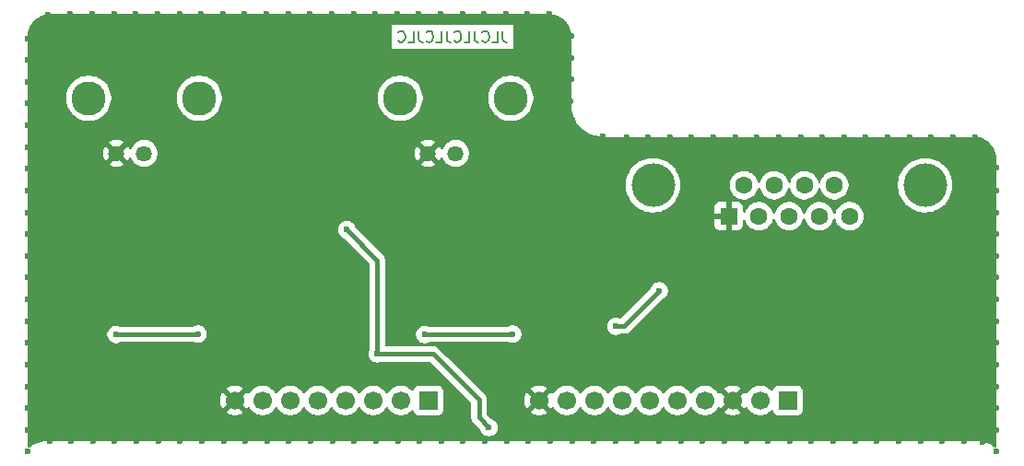
<source format=gbr>
%TF.GenerationSoftware,KiCad,Pcbnew,9.0.2*%
%TF.CreationDate,2025-07-24T16:09:36+02:00*%
%TF.ProjectId,Oscilli,4f736369-6c6c-4692-9e6b-696361645f70,rev?*%
%TF.SameCoordinates,Original*%
%TF.FileFunction,Copper,L2,Bot*%
%TF.FilePolarity,Positive*%
%FSLAX46Y46*%
G04 Gerber Fmt 4.6, Leading zero omitted, Abs format (unit mm)*
G04 Created by KiCad (PCBNEW 9.0.2) date 2025-07-24 16:09:36*
%MOMM*%
%LPD*%
G01*
G04 APERTURE LIST*
%ADD10C,0.200000*%
%TA.AperFunction,NonConductor*%
%ADD11C,0.200000*%
%TD*%
%TA.AperFunction,ComponentPad*%
%ADD12C,4.000000*%
%TD*%
%TA.AperFunction,ComponentPad*%
%ADD13R,1.600000X1.600000*%
%TD*%
%TA.AperFunction,ComponentPad*%
%ADD14C,1.600000*%
%TD*%
%TA.AperFunction,ComponentPad*%
%ADD15R,1.700000X1.700000*%
%TD*%
%TA.AperFunction,ComponentPad*%
%ADD16C,1.700000*%
%TD*%
%TA.AperFunction,ComponentPad*%
%ADD17C,1.460000*%
%TD*%
%TA.AperFunction,ComponentPad*%
%ADD18C,3.140000*%
%TD*%
%TA.AperFunction,ViaPad*%
%ADD19C,0.600000*%
%TD*%
%TA.AperFunction,Conductor*%
%ADD20C,0.400000*%
%TD*%
G04 APERTURE END LIST*
D10*
D11*
X84124612Y-117047219D02*
X84124612Y-117761504D01*
X84124612Y-117761504D02*
X84172231Y-117904361D01*
X84172231Y-117904361D02*
X84267469Y-117999600D01*
X84267469Y-117999600D02*
X84410326Y-118047219D01*
X84410326Y-118047219D02*
X84505564Y-118047219D01*
X83172231Y-118047219D02*
X83648421Y-118047219D01*
X83648421Y-118047219D02*
X83648421Y-117047219D01*
X82267469Y-117951980D02*
X82315088Y-117999600D01*
X82315088Y-117999600D02*
X82457945Y-118047219D01*
X82457945Y-118047219D02*
X82553183Y-118047219D01*
X82553183Y-118047219D02*
X82696040Y-117999600D01*
X82696040Y-117999600D02*
X82791278Y-117904361D01*
X82791278Y-117904361D02*
X82838897Y-117809123D01*
X82838897Y-117809123D02*
X82886516Y-117618647D01*
X82886516Y-117618647D02*
X82886516Y-117475790D01*
X82886516Y-117475790D02*
X82838897Y-117285314D01*
X82838897Y-117285314D02*
X82791278Y-117190076D01*
X82791278Y-117190076D02*
X82696040Y-117094838D01*
X82696040Y-117094838D02*
X82553183Y-117047219D01*
X82553183Y-117047219D02*
X82457945Y-117047219D01*
X82457945Y-117047219D02*
X82315088Y-117094838D01*
X82315088Y-117094838D02*
X82267469Y-117142457D01*
X81553183Y-117047219D02*
X81553183Y-117761504D01*
X81553183Y-117761504D02*
X81600802Y-117904361D01*
X81600802Y-117904361D02*
X81696040Y-117999600D01*
X81696040Y-117999600D02*
X81838897Y-118047219D01*
X81838897Y-118047219D02*
X81934135Y-118047219D01*
X80600802Y-118047219D02*
X81076992Y-118047219D01*
X81076992Y-118047219D02*
X81076992Y-117047219D01*
X79696040Y-117951980D02*
X79743659Y-117999600D01*
X79743659Y-117999600D02*
X79886516Y-118047219D01*
X79886516Y-118047219D02*
X79981754Y-118047219D01*
X79981754Y-118047219D02*
X80124611Y-117999600D01*
X80124611Y-117999600D02*
X80219849Y-117904361D01*
X80219849Y-117904361D02*
X80267468Y-117809123D01*
X80267468Y-117809123D02*
X80315087Y-117618647D01*
X80315087Y-117618647D02*
X80315087Y-117475790D01*
X80315087Y-117475790D02*
X80267468Y-117285314D01*
X80267468Y-117285314D02*
X80219849Y-117190076D01*
X80219849Y-117190076D02*
X80124611Y-117094838D01*
X80124611Y-117094838D02*
X79981754Y-117047219D01*
X79981754Y-117047219D02*
X79886516Y-117047219D01*
X79886516Y-117047219D02*
X79743659Y-117094838D01*
X79743659Y-117094838D02*
X79696040Y-117142457D01*
X78981754Y-117047219D02*
X78981754Y-117761504D01*
X78981754Y-117761504D02*
X79029373Y-117904361D01*
X79029373Y-117904361D02*
X79124611Y-117999600D01*
X79124611Y-117999600D02*
X79267468Y-118047219D01*
X79267468Y-118047219D02*
X79362706Y-118047219D01*
X78029373Y-118047219D02*
X78505563Y-118047219D01*
X78505563Y-118047219D02*
X78505563Y-117047219D01*
X77124611Y-117951980D02*
X77172230Y-117999600D01*
X77172230Y-117999600D02*
X77315087Y-118047219D01*
X77315087Y-118047219D02*
X77410325Y-118047219D01*
X77410325Y-118047219D02*
X77553182Y-117999600D01*
X77553182Y-117999600D02*
X77648420Y-117904361D01*
X77648420Y-117904361D02*
X77696039Y-117809123D01*
X77696039Y-117809123D02*
X77743658Y-117618647D01*
X77743658Y-117618647D02*
X77743658Y-117475790D01*
X77743658Y-117475790D02*
X77696039Y-117285314D01*
X77696039Y-117285314D02*
X77648420Y-117190076D01*
X77648420Y-117190076D02*
X77553182Y-117094838D01*
X77553182Y-117094838D02*
X77410325Y-117047219D01*
X77410325Y-117047219D02*
X77315087Y-117047219D01*
X77315087Y-117047219D02*
X77172230Y-117094838D01*
X77172230Y-117094838D02*
X77124611Y-117142457D01*
X76410325Y-117047219D02*
X76410325Y-117761504D01*
X76410325Y-117761504D02*
X76457944Y-117904361D01*
X76457944Y-117904361D02*
X76553182Y-117999600D01*
X76553182Y-117999600D02*
X76696039Y-118047219D01*
X76696039Y-118047219D02*
X76791277Y-118047219D01*
X75457944Y-118047219D02*
X75934134Y-118047219D01*
X75934134Y-118047219D02*
X75934134Y-117047219D01*
X74553182Y-117951980D02*
X74600801Y-117999600D01*
X74600801Y-117999600D02*
X74743658Y-118047219D01*
X74743658Y-118047219D02*
X74838896Y-118047219D01*
X74838896Y-118047219D02*
X74981753Y-117999600D01*
X74981753Y-117999600D02*
X75076991Y-117904361D01*
X75076991Y-117904361D02*
X75124610Y-117809123D01*
X75124610Y-117809123D02*
X75172229Y-117618647D01*
X75172229Y-117618647D02*
X75172229Y-117475790D01*
X75172229Y-117475790D02*
X75124610Y-117285314D01*
X75124610Y-117285314D02*
X75076991Y-117190076D01*
X75076991Y-117190076D02*
X74981753Y-117094838D01*
X74981753Y-117094838D02*
X74838896Y-117047219D01*
X74838896Y-117047219D02*
X74743658Y-117047219D01*
X74743658Y-117047219D02*
X74600801Y-117094838D01*
X74600801Y-117094838D02*
X74553182Y-117142457D01*
D12*
%TO.P,J3,0,PAD*%
%TO.N,unconnected-(J3-PAD-Pad0)*%
X122950000Y-131220000D03*
X97950000Y-131220000D03*
D13*
%TO.P,J3,1,1*%
%TO.N,GND*%
X104910000Y-134060000D03*
D14*
%TO.P,J3,2,2*%
%TO.N,unconnected-(J3-Pad2)*%
X107680000Y-134060000D03*
%TO.P,J3,3,3*%
%TO.N,/CAN_P*%
X110450000Y-134060000D03*
%TO.P,J3,4,4*%
%TO.N,unconnected-(J3-Pad4)*%
X113220000Y-134060000D03*
%TO.P,J3,5,5*%
%TO.N,/CAN_N*%
X115990000Y-134060000D03*
%TO.P,J3,6,6*%
%TO.N,unconnected-(J3-Pad6)*%
X106295000Y-131220000D03*
%TO.P,J3,7,7*%
%TO.N,unconnected-(J3-Pad7)*%
X109065000Y-131220000D03*
%TO.P,J3,8,8*%
%TO.N,unconnected-(J3-Pad8)*%
X111835000Y-131220000D03*
%TO.P,J3,9,9*%
%TO.N,unconnected-(J3-Pad9)*%
X114605000Y-131220000D03*
%TD*%
D15*
%TO.P,J5,1,Pin_1*%
%TO.N,+3.3V*%
X110330000Y-151000000D03*
D16*
%TO.P,J5,2,Pin_2*%
%TO.N,unconnected-(J5-Pin_2-Pad2)*%
X107790000Y-151000000D03*
%TO.P,J5,3,Pin_3*%
%TO.N,GND*%
X105250000Y-151000000D03*
%TO.P,J5,4,Pin_4*%
%TO.N,unconnected-(J5-Pin_4-Pad4)*%
X102710000Y-151000000D03*
%TO.P,J5,5,Pin_5*%
%TO.N,unconnected-(J5-Pin_5-Pad5)*%
X100170000Y-151000000D03*
%TO.P,J5,6,Pin_6*%
%TO.N,unconnected-(J5-Pin_6-Pad6)*%
X97630000Y-151000000D03*
%TO.P,J5,7,Pin_7*%
%TO.N,I2C2.SDA*%
X95090000Y-151000000D03*
%TO.P,J5,8,Pin_8*%
%TO.N,I2C2.SCL*%
X92550000Y-151000000D03*
%TO.P,J5,9,Pin_9*%
%TO.N,unconnected-(J5-Pin_9-Pad9)*%
X90010000Y-151000000D03*
%TO.P,J5,10,Pin_10*%
%TO.N,GND*%
X87470000Y-151000000D03*
%TD*%
D15*
%TO.P,J4,1,Pin_1*%
%TO.N,+5V*%
X77310000Y-151000000D03*
D16*
%TO.P,J4,2,Pin_2*%
%TO.N,unconnected-(J4-Pin_2-Pad2)*%
X74770000Y-151000000D03*
%TO.P,J4,3,Pin_3*%
%TO.N,UART0N*%
X72230000Y-151000000D03*
%TO.P,J4,4,Pin_4*%
%TO.N,UART0P*%
X69690000Y-151000000D03*
%TO.P,J4,5,Pin_5*%
%TO.N,GPIO3*%
X67150000Y-151000000D03*
%TO.P,J4,6,Pin_6*%
%TO.N,GPIO8*%
X64610000Y-151000000D03*
%TO.P,J4,7,Pin_7*%
%TO.N,GPIO10*%
X62070000Y-151000000D03*
%TO.P,J4,8,Pin_8*%
%TO.N,GND*%
X59530000Y-151000000D03*
%TD*%
D17*
%TO.P,J2,1,In*%
%TO.N,Net-(J2-In)*%
X79800000Y-128290000D03*
%TO.P,J2,2,Ext*%
%TO.N,GND*%
X77260000Y-128290000D03*
D18*
%TO.P,J2,3*%
%TO.N,N/C*%
X84880000Y-123210000D03*
%TO.P,J2,4*%
X74720000Y-123210000D03*
%TD*%
D17*
%TO.P,J1,1,In*%
%TO.N,Net-(J1-In)*%
X51180000Y-128290000D03*
%TO.P,J1,2,Ext*%
%TO.N,GND*%
X48640000Y-128290000D03*
D18*
%TO.P,J1,3*%
%TO.N,N/C*%
X56260000Y-123210000D03*
%TO.P,J1,4*%
X46100000Y-123210000D03*
%TD*%
D19*
%TO.N,+3.3V*%
X72630000Y-146730000D03*
X69815000Y-135310000D03*
X82870000Y-153490000D03*
%TO.N,GND*%
X127500000Y-126772233D03*
X69800000Y-145710000D03*
X66500000Y-154710000D03*
X98540000Y-139660000D03*
X60500000Y-154710000D03*
X53900000Y-131210000D03*
X48430000Y-115500000D03*
X74430000Y-115500000D03*
X78500000Y-154710000D03*
X58500000Y-154710000D03*
X125500000Y-126772233D03*
X65400000Y-145710000D03*
X77000000Y-133410000D03*
X70430000Y-115500000D03*
X49500000Y-135610000D03*
X44430000Y-115500000D03*
X126500000Y-154710000D03*
X88500000Y-154710000D03*
X129500000Y-147710000D03*
X97500000Y-126772233D03*
X40500000Y-147710000D03*
X77000000Y-137710000D03*
X78100000Y-130110000D03*
X56430000Y-115500000D03*
X67600000Y-148910000D03*
X81500000Y-131210000D03*
X62100000Y-145710000D03*
X67600000Y-144610000D03*
X46500000Y-154710000D03*
X67600000Y-147810000D03*
X62100000Y-147810000D03*
X90400000Y-123510000D03*
X129500000Y-137710000D03*
X63440000Y-141110000D03*
X56500000Y-154710000D03*
X121500000Y-126772233D03*
X40500000Y-127710000D03*
X51670000Y-137960000D03*
X66430000Y-115500000D03*
X78430000Y-115500000D03*
X40500000Y-121710000D03*
X60430000Y-115500000D03*
X70500000Y-154710000D03*
X69800000Y-144610000D03*
X52800000Y-131210000D03*
X68430000Y-115500000D03*
X48400000Y-135610000D03*
X42500000Y-154710000D03*
X93300000Y-126710000D03*
X46430000Y-115500000D03*
X40500000Y-139710000D03*
X129500000Y-153710000D03*
X78100000Y-132310000D03*
X129500000Y-145710000D03*
X68700000Y-148910000D03*
X51800000Y-131210000D03*
X106500000Y-154710000D03*
X49500000Y-131210000D03*
X117500000Y-126772233D03*
X90430000Y-119500000D03*
X64300000Y-145710000D03*
X68700000Y-147810000D03*
X104500000Y-154710000D03*
X40500000Y-123710000D03*
X48400000Y-132310000D03*
X90430000Y-117500000D03*
X66500000Y-144610000D03*
X40500000Y-133710000D03*
X124500000Y-154710000D03*
X40500000Y-143710000D03*
X108500000Y-154710000D03*
X40500000Y-131710000D03*
X68500000Y-154710000D03*
X80180000Y-137950000D03*
X79200000Y-130110000D03*
X113500000Y-126772233D03*
X129500000Y-151710000D03*
X63200000Y-148910000D03*
X82500000Y-154710000D03*
X52800000Y-130110000D03*
X86430000Y-115500000D03*
X49500000Y-132310000D03*
X78100000Y-133410000D03*
X72430000Y-115500000D03*
X69800000Y-148910000D03*
X40500000Y-151710000D03*
X100500000Y-154710000D03*
X129500000Y-129610000D03*
X58430000Y-115500000D03*
X63200000Y-146810000D03*
X94500000Y-154710000D03*
X40500000Y-117710000D03*
X62430000Y-115500000D03*
X90500000Y-154710000D03*
X66500000Y-145710000D03*
X118500000Y-154710000D03*
X107500000Y-126772233D03*
X105500000Y-126772233D03*
X50600000Y-131210000D03*
X48400000Y-131210000D03*
X48400000Y-133410000D03*
X129500000Y-149710000D03*
X80430000Y-115500000D03*
X84500000Y-154710000D03*
X52430000Y-115500000D03*
X129500000Y-131710000D03*
X77000000Y-131210000D03*
X63200000Y-144610000D03*
X123500000Y-126772233D03*
X49500000Y-130110000D03*
X40500000Y-145710000D03*
X110500000Y-154710000D03*
X52500000Y-154710000D03*
X82500000Y-130110000D03*
X79200000Y-131210000D03*
X50500000Y-154710000D03*
X49500000Y-134510000D03*
X69800000Y-147810000D03*
X49500000Y-133410000D03*
X78100000Y-135510000D03*
X64430000Y-115500000D03*
X101500000Y-126772233D03*
X40500000Y-119710000D03*
X64500000Y-154710000D03*
X86500000Y-154710000D03*
X115500000Y-126772233D03*
X74500000Y-154710000D03*
X77000000Y-130110000D03*
X92500000Y-154710000D03*
X48400000Y-134510000D03*
X72500000Y-154710000D03*
X129500000Y-155710000D03*
X88430000Y-115500000D03*
X40500000Y-129710000D03*
X51800000Y-130110000D03*
X66500000Y-148910000D03*
X48400000Y-136710000D03*
X48400000Y-130110000D03*
X95500000Y-126772233D03*
X78100000Y-131210000D03*
X68700000Y-146810000D03*
X80400000Y-131210000D03*
X65400000Y-146810000D03*
X40500000Y-135710000D03*
X69800000Y-146810000D03*
X65400000Y-144610000D03*
X116500000Y-154710000D03*
X96500000Y-154710000D03*
X62100000Y-144610000D03*
X111500000Y-126772233D03*
X120500000Y-154710000D03*
X129500000Y-141710000D03*
X90430000Y-121500000D03*
X82600000Y-131210000D03*
X64300000Y-144610000D03*
X49500000Y-137810000D03*
X77000000Y-134510000D03*
X50600000Y-130110000D03*
X80500000Y-154710000D03*
X49500000Y-136710000D03*
X64300000Y-147810000D03*
X84430000Y-115500000D03*
X82430000Y-115500000D03*
X78100000Y-134510000D03*
X48400000Y-137810000D03*
X114500000Y-154710000D03*
X129500000Y-133710000D03*
X103500000Y-126772233D03*
X50430000Y-115500000D03*
X76500000Y-154710000D03*
X77000000Y-132310000D03*
X129500000Y-139710000D03*
X63200000Y-145710000D03*
X40500000Y-137710000D03*
X48500000Y-154710000D03*
X42400000Y-115510000D03*
X54500000Y-154710000D03*
X78100000Y-137710000D03*
X102500000Y-154710000D03*
X99500000Y-126772233D03*
X81400000Y-130110000D03*
X122500000Y-154710000D03*
X128200000Y-154810000D03*
X129500000Y-143710000D03*
X44500000Y-154710000D03*
X40500000Y-125710000D03*
X40500000Y-155710000D03*
X77000000Y-135510000D03*
X53900000Y-130110000D03*
X109500000Y-126772233D03*
X62500000Y-154710000D03*
X78100000Y-136610000D03*
X119500000Y-126772233D03*
X77000000Y-136610000D03*
X112500000Y-154710000D03*
X129500000Y-135710000D03*
X40500000Y-153710000D03*
X40500000Y-149710000D03*
X40500000Y-141710000D03*
X98500000Y-154710000D03*
X76430000Y-115500000D03*
X54430000Y-115500000D03*
X62100000Y-146810000D03*
X80400000Y-130110000D03*
%TO.N,+5V*%
X98520000Y-140910000D03*
X94530000Y-144177500D03*
%TO.N,Net-(R2-Pad1)*%
X56150000Y-144910000D03*
X48620000Y-144930000D03*
%TO.N,Net-(R6-Pad1)*%
X76977500Y-144937500D03*
X85050000Y-144910000D03*
%TD*%
D20*
%TO.N,+3.3V*%
X81960000Y-152580000D02*
X81960000Y-150920000D01*
X69815000Y-135310000D02*
X72630000Y-138125000D01*
X78595000Y-147555000D02*
X78420000Y-147380000D01*
X72630000Y-146730000D02*
X77770000Y-146730000D01*
X72630000Y-138125000D02*
X72630000Y-146730000D01*
X82870000Y-153490000D02*
X81960000Y-152580000D01*
X81960000Y-150920000D02*
X78595000Y-147555000D01*
X77770000Y-146730000D02*
X78595000Y-147555000D01*
%TO.N,+5V*%
X95252500Y-144177500D02*
X94530000Y-144177500D01*
X98520000Y-140910000D02*
X95252500Y-144177500D01*
%TO.N,Net-(R2-Pad1)*%
X48620000Y-144930000D02*
X56130000Y-144930000D01*
X56130000Y-144930000D02*
X56150000Y-144910000D01*
%TO.N,Net-(R6-Pad1)*%
X76977500Y-144937500D02*
X85022500Y-144937500D01*
X85022500Y-144937500D02*
X85050000Y-144910000D01*
%TD*%
%TA.AperFunction,Conductor*%
%TO.N,GND*%
G36*
X88434043Y-115500765D02*
G01*
X88682895Y-115517075D01*
X88698953Y-115519190D01*
X88906105Y-115560395D01*
X88939535Y-115567045D01*
X88955202Y-115571243D01*
X89124947Y-115628863D01*
X89187481Y-115650091D01*
X89202458Y-115656294D01*
X89411799Y-115759529D01*
X89422460Y-115764787D01*
X89436508Y-115772897D01*
X89640464Y-115909177D01*
X89653328Y-115919048D01*
X89837749Y-116080781D01*
X89849218Y-116092250D01*
X90010951Y-116276671D01*
X90020825Y-116289539D01*
X90157102Y-116493492D01*
X90165212Y-116507539D01*
X90273702Y-116727534D01*
X90279909Y-116742520D01*
X90358756Y-116974797D01*
X90362954Y-116990464D01*
X90410807Y-117231035D01*
X90412925Y-117247116D01*
X90429235Y-117495956D01*
X90429500Y-117504066D01*
X90429500Y-123698737D01*
X90429499Y-123698755D01*
X90429499Y-123720845D01*
X90429466Y-123720957D01*
X90429468Y-123929485D01*
X90429469Y-123929490D01*
X90462347Y-124242266D01*
X90462348Y-124242270D01*
X90527737Y-124549885D01*
X90527737Y-124549888D01*
X90624931Y-124849007D01*
X90752842Y-125136296D01*
X90752849Y-125136308D01*
X90910101Y-125408671D01*
X91094962Y-125663106D01*
X91094964Y-125663108D01*
X91094965Y-125663110D01*
X91305404Y-125896823D01*
X91539120Y-126107259D01*
X91539122Y-126107261D01*
X91539125Y-126107263D01*
X91793562Y-126292120D01*
X92065928Y-126449369D01*
X92353238Y-126577287D01*
X92452940Y-126609682D01*
X92652331Y-126674468D01*
X92652337Y-126674469D01*
X92652345Y-126674472D01*
X92959973Y-126739859D01*
X93272750Y-126772733D01*
X93364108Y-126772733D01*
X127434108Y-126772733D01*
X127495933Y-126772733D01*
X127504043Y-126772998D01*
X127752893Y-126789308D01*
X127768951Y-126791423D01*
X128009542Y-126839280D01*
X128025186Y-126843472D01*
X128257474Y-126922324D01*
X128272456Y-126928529D01*
X128492462Y-127037025D01*
X128506481Y-127045118D01*
X128710452Y-127181410D01*
X128723316Y-127191281D01*
X128907734Y-127353013D01*
X128919204Y-127364483D01*
X129080933Y-127548902D01*
X129090807Y-127561770D01*
X129227082Y-127765723D01*
X129235192Y-127779770D01*
X129343678Y-127999764D01*
X129349885Y-128014749D01*
X129428731Y-128247026D01*
X129432929Y-128262695D01*
X129480778Y-128503268D01*
X129482895Y-128519348D01*
X129499234Y-128768675D01*
X129499499Y-128776784D01*
X129499499Y-128848105D01*
X129499500Y-128848118D01*
X129499500Y-155210535D01*
X129479815Y-155277574D01*
X129427011Y-155323329D01*
X129357853Y-155333273D01*
X129302615Y-155310853D01*
X129136433Y-155190115D01*
X129136428Y-155190112D01*
X128864075Y-155032869D01*
X128864068Y-155032866D01*
X128576759Y-154904947D01*
X128576754Y-154904945D01*
X128576751Y-154904944D01*
X128277649Y-154807761D01*
X128277647Y-154807760D01*
X128012415Y-154751384D01*
X127970026Y-154742374D01*
X127657250Y-154709500D01*
X127565892Y-154709500D01*
X42565892Y-154709500D01*
X42500000Y-154709500D01*
X42342750Y-154709500D01*
X42029974Y-154742374D01*
X42029970Y-154742374D01*
X42029968Y-154742375D01*
X41722352Y-154807760D01*
X41722350Y-154807761D01*
X41423248Y-154904944D01*
X41135931Y-155032866D01*
X41135924Y-155032869D01*
X40863571Y-155190112D01*
X40863566Y-155190115D01*
X40697385Y-155310853D01*
X40631579Y-155334333D01*
X40563525Y-155318507D01*
X40514830Y-155268401D01*
X40500500Y-155210535D01*
X40500500Y-150893753D01*
X58180000Y-150893753D01*
X58180000Y-151106246D01*
X58213242Y-151316127D01*
X58213242Y-151316130D01*
X58278904Y-151518217D01*
X58375375Y-151707550D01*
X58414728Y-151761716D01*
X59047037Y-151129408D01*
X59064075Y-151192993D01*
X59129901Y-151307007D01*
X59222993Y-151400099D01*
X59337007Y-151465925D01*
X59400590Y-151482962D01*
X58768282Y-152115269D01*
X58768282Y-152115270D01*
X58822449Y-152154624D01*
X59011782Y-152251095D01*
X59213870Y-152316757D01*
X59423754Y-152350000D01*
X59636246Y-152350000D01*
X59846127Y-152316757D01*
X59846130Y-152316757D01*
X60048217Y-152251095D01*
X60237554Y-152154622D01*
X60291716Y-152115270D01*
X60291717Y-152115270D01*
X59659408Y-151482962D01*
X59722993Y-151465925D01*
X59837007Y-151400099D01*
X59930099Y-151307007D01*
X59995925Y-151192993D01*
X60012962Y-151129408D01*
X60645270Y-151761717D01*
X60645270Y-151761716D01*
X60684622Y-151707555D01*
X60689232Y-151698507D01*
X60737205Y-151647709D01*
X60805025Y-151630912D01*
X60871161Y-151653447D01*
X60910204Y-151698504D01*
X60914949Y-151707817D01*
X61039890Y-151879786D01*
X61190213Y-152030109D01*
X61362179Y-152155048D01*
X61362181Y-152155049D01*
X61362184Y-152155051D01*
X61551588Y-152251557D01*
X61753757Y-152317246D01*
X61963713Y-152350500D01*
X61963714Y-152350500D01*
X62176286Y-152350500D01*
X62176287Y-152350500D01*
X62386243Y-152317246D01*
X62588412Y-152251557D01*
X62777816Y-152155051D01*
X62864138Y-152092335D01*
X62949786Y-152030109D01*
X62949788Y-152030106D01*
X62949792Y-152030104D01*
X63100104Y-151879792D01*
X63100106Y-151879788D01*
X63100109Y-151879786D01*
X63225048Y-151707820D01*
X63225047Y-151707820D01*
X63225051Y-151707816D01*
X63229514Y-151699054D01*
X63277488Y-151648259D01*
X63345308Y-151631463D01*
X63411444Y-151653999D01*
X63450486Y-151699056D01*
X63454951Y-151707820D01*
X63579890Y-151879786D01*
X63730213Y-152030109D01*
X63902179Y-152155048D01*
X63902181Y-152155049D01*
X63902184Y-152155051D01*
X64091588Y-152251557D01*
X64293757Y-152317246D01*
X64503713Y-152350500D01*
X64503714Y-152350500D01*
X64716286Y-152350500D01*
X64716287Y-152350500D01*
X64926243Y-152317246D01*
X65128412Y-152251557D01*
X65317816Y-152155051D01*
X65404138Y-152092335D01*
X65489786Y-152030109D01*
X65489788Y-152030106D01*
X65489792Y-152030104D01*
X65640104Y-151879792D01*
X65640106Y-151879788D01*
X65640109Y-151879786D01*
X65765048Y-151707820D01*
X65765047Y-151707820D01*
X65765051Y-151707816D01*
X65769514Y-151699054D01*
X65817488Y-151648259D01*
X65885308Y-151631463D01*
X65951444Y-151653999D01*
X65990486Y-151699056D01*
X65994951Y-151707820D01*
X66119890Y-151879786D01*
X66270213Y-152030109D01*
X66442179Y-152155048D01*
X66442181Y-152155049D01*
X66442184Y-152155051D01*
X66631588Y-152251557D01*
X66833757Y-152317246D01*
X67043713Y-152350500D01*
X67043714Y-152350500D01*
X67256286Y-152350500D01*
X67256287Y-152350500D01*
X67466243Y-152317246D01*
X67668412Y-152251557D01*
X67857816Y-152155051D01*
X67944138Y-152092335D01*
X68029786Y-152030109D01*
X68029788Y-152030106D01*
X68029792Y-152030104D01*
X68180104Y-151879792D01*
X68180106Y-151879788D01*
X68180109Y-151879786D01*
X68305048Y-151707820D01*
X68305047Y-151707820D01*
X68305051Y-151707816D01*
X68309514Y-151699054D01*
X68357488Y-151648259D01*
X68425308Y-151631463D01*
X68491444Y-151653999D01*
X68530486Y-151699056D01*
X68534951Y-151707820D01*
X68659890Y-151879786D01*
X68810213Y-152030109D01*
X68982179Y-152155048D01*
X68982181Y-152155049D01*
X68982184Y-152155051D01*
X69171588Y-152251557D01*
X69373757Y-152317246D01*
X69583713Y-152350500D01*
X69583714Y-152350500D01*
X69796286Y-152350500D01*
X69796287Y-152350500D01*
X70006243Y-152317246D01*
X70208412Y-152251557D01*
X70397816Y-152155051D01*
X70484138Y-152092335D01*
X70569786Y-152030109D01*
X70569788Y-152030106D01*
X70569792Y-152030104D01*
X70720104Y-151879792D01*
X70720106Y-151879788D01*
X70720109Y-151879786D01*
X70845048Y-151707820D01*
X70845047Y-151707820D01*
X70845051Y-151707816D01*
X70849514Y-151699054D01*
X70897488Y-151648259D01*
X70965308Y-151631463D01*
X71031444Y-151653999D01*
X71070486Y-151699056D01*
X71074951Y-151707820D01*
X71199890Y-151879786D01*
X71350213Y-152030109D01*
X71522179Y-152155048D01*
X71522181Y-152155049D01*
X71522184Y-152155051D01*
X71711588Y-152251557D01*
X71913757Y-152317246D01*
X72123713Y-152350500D01*
X72123714Y-152350500D01*
X72336286Y-152350500D01*
X72336287Y-152350500D01*
X72546243Y-152317246D01*
X72748412Y-152251557D01*
X72937816Y-152155051D01*
X73024138Y-152092335D01*
X73109786Y-152030109D01*
X73109788Y-152030106D01*
X73109792Y-152030104D01*
X73260104Y-151879792D01*
X73260106Y-151879788D01*
X73260109Y-151879786D01*
X73385048Y-151707820D01*
X73385047Y-151707820D01*
X73385051Y-151707816D01*
X73389514Y-151699054D01*
X73437488Y-151648259D01*
X73505308Y-151631463D01*
X73571444Y-151653999D01*
X73610486Y-151699056D01*
X73614951Y-151707820D01*
X73739890Y-151879786D01*
X73890213Y-152030109D01*
X74062179Y-152155048D01*
X74062181Y-152155049D01*
X74062184Y-152155051D01*
X74251588Y-152251557D01*
X74453757Y-152317246D01*
X74663713Y-152350500D01*
X74663714Y-152350500D01*
X74876286Y-152350500D01*
X74876287Y-152350500D01*
X75086243Y-152317246D01*
X75288412Y-152251557D01*
X75477816Y-152155051D01*
X75649792Y-152030104D01*
X75763329Y-151916566D01*
X75824648Y-151883084D01*
X75894340Y-151888068D01*
X75950274Y-151929939D01*
X75967189Y-151960917D01*
X76016202Y-152092328D01*
X76016206Y-152092335D01*
X76102452Y-152207544D01*
X76102455Y-152207547D01*
X76217664Y-152293793D01*
X76217671Y-152293797D01*
X76352517Y-152344091D01*
X76352516Y-152344091D01*
X76359444Y-152344835D01*
X76412127Y-152350500D01*
X78207872Y-152350499D01*
X78267483Y-152344091D01*
X78402331Y-152293796D01*
X78517546Y-152207546D01*
X78603796Y-152092331D01*
X78654091Y-151957483D01*
X78660500Y-151897873D01*
X78660499Y-150102128D01*
X78654091Y-150042517D01*
X78652810Y-150039083D01*
X78603797Y-149907671D01*
X78603793Y-149907664D01*
X78517547Y-149792455D01*
X78517544Y-149792452D01*
X78402335Y-149706206D01*
X78402328Y-149706202D01*
X78267482Y-149655908D01*
X78267483Y-149655908D01*
X78207883Y-149649501D01*
X78207881Y-149649500D01*
X78207873Y-149649500D01*
X78207864Y-149649500D01*
X76412129Y-149649500D01*
X76412123Y-149649501D01*
X76352516Y-149655908D01*
X76217671Y-149706202D01*
X76217664Y-149706206D01*
X76102455Y-149792452D01*
X76102452Y-149792455D01*
X76016206Y-149907664D01*
X76016203Y-149907669D01*
X75967189Y-150039083D01*
X75925317Y-150095016D01*
X75859853Y-150119433D01*
X75791580Y-150104581D01*
X75763326Y-150083430D01*
X75649786Y-149969890D01*
X75477820Y-149844951D01*
X75288414Y-149748444D01*
X75288413Y-149748443D01*
X75288412Y-149748443D01*
X75086243Y-149682754D01*
X75086241Y-149682753D01*
X75086240Y-149682753D01*
X74924957Y-149657208D01*
X74876287Y-149649500D01*
X74663713Y-149649500D01*
X74615042Y-149657208D01*
X74453760Y-149682753D01*
X74251585Y-149748444D01*
X74062179Y-149844951D01*
X73890213Y-149969890D01*
X73739890Y-150120213D01*
X73614949Y-150292182D01*
X73610484Y-150300946D01*
X73562509Y-150351742D01*
X73494688Y-150368536D01*
X73428553Y-150345998D01*
X73389516Y-150300946D01*
X73385050Y-150292182D01*
X73260109Y-150120213D01*
X73109786Y-149969890D01*
X72937820Y-149844951D01*
X72748414Y-149748444D01*
X72748413Y-149748443D01*
X72748412Y-149748443D01*
X72546243Y-149682754D01*
X72546241Y-149682753D01*
X72546240Y-149682753D01*
X72384957Y-149657208D01*
X72336287Y-149649500D01*
X72123713Y-149649500D01*
X72075042Y-149657208D01*
X71913760Y-149682753D01*
X71711585Y-149748444D01*
X71522179Y-149844951D01*
X71350213Y-149969890D01*
X71199890Y-150120213D01*
X71074949Y-150292182D01*
X71070484Y-150300946D01*
X71022509Y-150351742D01*
X70954688Y-150368536D01*
X70888553Y-150345998D01*
X70849516Y-150300946D01*
X70845050Y-150292182D01*
X70720109Y-150120213D01*
X70569786Y-149969890D01*
X70397820Y-149844951D01*
X70208414Y-149748444D01*
X70208413Y-149748443D01*
X70208412Y-149748443D01*
X70006243Y-149682754D01*
X70006241Y-149682753D01*
X70006240Y-149682753D01*
X69844957Y-149657208D01*
X69796287Y-149649500D01*
X69583713Y-149649500D01*
X69535042Y-149657208D01*
X69373760Y-149682753D01*
X69171585Y-149748444D01*
X68982179Y-149844951D01*
X68810213Y-149969890D01*
X68659890Y-150120213D01*
X68534949Y-150292182D01*
X68530484Y-150300946D01*
X68482509Y-150351742D01*
X68414688Y-150368536D01*
X68348553Y-150345998D01*
X68309516Y-150300946D01*
X68305050Y-150292182D01*
X68180109Y-150120213D01*
X68029786Y-149969890D01*
X67857820Y-149844951D01*
X67668414Y-149748444D01*
X67668413Y-149748443D01*
X67668412Y-149748443D01*
X67466243Y-149682754D01*
X67466241Y-149682753D01*
X67466240Y-149682753D01*
X67304957Y-149657208D01*
X67256287Y-149649500D01*
X67043713Y-149649500D01*
X66995042Y-149657208D01*
X66833760Y-149682753D01*
X66631585Y-149748444D01*
X66442179Y-149844951D01*
X66270213Y-149969890D01*
X66119890Y-150120213D01*
X65994949Y-150292182D01*
X65990484Y-150300946D01*
X65942509Y-150351742D01*
X65874688Y-150368536D01*
X65808553Y-150345998D01*
X65769516Y-150300946D01*
X65765050Y-150292182D01*
X65640109Y-150120213D01*
X65489786Y-149969890D01*
X65317820Y-149844951D01*
X65128414Y-149748444D01*
X65128413Y-149748443D01*
X65128412Y-149748443D01*
X64926243Y-149682754D01*
X64926241Y-149682753D01*
X64926240Y-149682753D01*
X64764957Y-149657208D01*
X64716287Y-149649500D01*
X64503713Y-149649500D01*
X64455042Y-149657208D01*
X64293760Y-149682753D01*
X64091585Y-149748444D01*
X63902179Y-149844951D01*
X63730213Y-149969890D01*
X63579890Y-150120213D01*
X63454949Y-150292182D01*
X63450484Y-150300946D01*
X63402509Y-150351742D01*
X63334688Y-150368536D01*
X63268553Y-150345998D01*
X63229516Y-150300946D01*
X63225050Y-150292182D01*
X63100109Y-150120213D01*
X62949786Y-149969890D01*
X62777820Y-149844951D01*
X62588414Y-149748444D01*
X62588413Y-149748443D01*
X62588412Y-149748443D01*
X62386243Y-149682754D01*
X62386241Y-149682753D01*
X62386240Y-149682753D01*
X62224957Y-149657208D01*
X62176287Y-149649500D01*
X61963713Y-149649500D01*
X61915042Y-149657208D01*
X61753760Y-149682753D01*
X61551585Y-149748444D01*
X61362179Y-149844951D01*
X61190213Y-149969890D01*
X61039890Y-150120213D01*
X60914949Y-150292182D01*
X60910202Y-150301499D01*
X60862227Y-150352293D01*
X60794405Y-150369087D01*
X60728271Y-150346548D01*
X60689234Y-150301495D01*
X60684626Y-150292452D01*
X60645270Y-150238282D01*
X60645269Y-150238282D01*
X60012962Y-150870590D01*
X59995925Y-150807007D01*
X59930099Y-150692993D01*
X59837007Y-150599901D01*
X59722993Y-150534075D01*
X59659409Y-150517037D01*
X60291716Y-149884728D01*
X60237550Y-149845375D01*
X60048217Y-149748904D01*
X59846129Y-149683242D01*
X59636246Y-149650000D01*
X59423754Y-149650000D01*
X59213872Y-149683242D01*
X59213869Y-149683242D01*
X59011782Y-149748904D01*
X58822439Y-149845380D01*
X58768282Y-149884727D01*
X58768282Y-149884728D01*
X59400591Y-150517037D01*
X59337007Y-150534075D01*
X59222993Y-150599901D01*
X59129901Y-150692993D01*
X59064075Y-150807007D01*
X59047037Y-150870591D01*
X58414728Y-150238282D01*
X58414727Y-150238282D01*
X58375380Y-150292439D01*
X58278904Y-150481782D01*
X58213242Y-150683869D01*
X58213242Y-150683872D01*
X58180000Y-150893753D01*
X40500500Y-150893753D01*
X40500500Y-144851153D01*
X47819500Y-144851153D01*
X47819500Y-145008846D01*
X47850261Y-145163489D01*
X47850264Y-145163501D01*
X47910602Y-145309172D01*
X47910609Y-145309185D01*
X47998210Y-145440288D01*
X47998213Y-145440292D01*
X48109707Y-145551786D01*
X48109711Y-145551789D01*
X48240814Y-145639390D01*
X48240827Y-145639397D01*
X48338223Y-145679739D01*
X48386503Y-145699737D01*
X48541153Y-145730499D01*
X48541156Y-145730500D01*
X48541158Y-145730500D01*
X48698844Y-145730500D01*
X48698845Y-145730499D01*
X48853497Y-145699737D01*
X48979757Y-145647439D01*
X48997864Y-145639939D01*
X49045316Y-145630500D01*
X55772969Y-145630500D01*
X55820421Y-145639939D01*
X55916503Y-145679737D01*
X55916506Y-145679737D01*
X55916511Y-145679739D01*
X56071153Y-145710499D01*
X56071156Y-145710500D01*
X56071158Y-145710500D01*
X56228844Y-145710500D01*
X56228845Y-145710499D01*
X56383497Y-145679737D01*
X56529179Y-145619394D01*
X56660289Y-145531789D01*
X56771789Y-145420289D01*
X56859394Y-145289179D01*
X56919737Y-145143497D01*
X56950500Y-144988842D01*
X56950500Y-144831158D01*
X56950500Y-144831155D01*
X56950499Y-144831153D01*
X56944160Y-144799286D01*
X56919737Y-144676503D01*
X56919735Y-144676498D01*
X56859397Y-144530827D01*
X56859390Y-144530814D01*
X56771789Y-144399711D01*
X56771786Y-144399707D01*
X56660292Y-144288213D01*
X56660288Y-144288210D01*
X56529185Y-144200609D01*
X56529172Y-144200602D01*
X56383501Y-144140264D01*
X56383489Y-144140261D01*
X56228845Y-144109500D01*
X56228842Y-144109500D01*
X56071158Y-144109500D01*
X56071155Y-144109500D01*
X55916510Y-144140261D01*
X55916498Y-144140264D01*
X55770822Y-144200604D01*
X55770818Y-144200606D01*
X55758853Y-144208602D01*
X55692176Y-144229480D01*
X55689963Y-144229500D01*
X49045316Y-144229500D01*
X48997864Y-144220061D01*
X48853501Y-144160264D01*
X48853489Y-144160261D01*
X48698845Y-144129500D01*
X48698842Y-144129500D01*
X48541158Y-144129500D01*
X48541155Y-144129500D01*
X48386510Y-144160261D01*
X48386498Y-144160264D01*
X48240827Y-144220602D01*
X48240814Y-144220609D01*
X48109711Y-144308210D01*
X48109707Y-144308213D01*
X47998213Y-144419707D01*
X47998210Y-144419711D01*
X47910609Y-144550814D01*
X47910602Y-144550827D01*
X47850264Y-144696498D01*
X47850261Y-144696510D01*
X47819500Y-144851153D01*
X40500500Y-144851153D01*
X40500500Y-135231153D01*
X69014500Y-135231153D01*
X69014500Y-135388846D01*
X69045261Y-135543489D01*
X69045264Y-135543501D01*
X69105602Y-135689172D01*
X69105609Y-135689185D01*
X69193210Y-135820288D01*
X69193213Y-135820292D01*
X69304707Y-135931786D01*
X69304711Y-135931789D01*
X69435814Y-136019390D01*
X69435827Y-136019397D01*
X69580185Y-136079191D01*
X69620414Y-136106071D01*
X71893181Y-138378838D01*
X71926666Y-138440161D01*
X71929500Y-138466519D01*
X71929500Y-146304684D01*
X71920061Y-146352136D01*
X71860264Y-146496498D01*
X71860261Y-146496510D01*
X71829500Y-146651153D01*
X71829500Y-146808846D01*
X71860261Y-146963489D01*
X71860264Y-146963501D01*
X71920602Y-147109172D01*
X71920609Y-147109185D01*
X72008210Y-147240288D01*
X72008213Y-147240292D01*
X72119707Y-147351786D01*
X72119711Y-147351789D01*
X72250814Y-147439390D01*
X72250827Y-147439397D01*
X72317031Y-147466819D01*
X72396503Y-147499737D01*
X72551153Y-147530499D01*
X72551156Y-147530500D01*
X72551158Y-147530500D01*
X72708844Y-147530500D01*
X72708845Y-147530499D01*
X72863497Y-147499737D01*
X72942969Y-147466819D01*
X73007864Y-147439939D01*
X73055316Y-147430500D01*
X77428481Y-147430500D01*
X77495520Y-147450185D01*
X77516162Y-147466819D01*
X81223181Y-151173838D01*
X81256666Y-151235161D01*
X81259500Y-151261519D01*
X81259500Y-152511006D01*
X81259500Y-152648994D01*
X81259500Y-152648996D01*
X81259499Y-152648996D01*
X81286418Y-152784322D01*
X81286421Y-152784332D01*
X81339222Y-152911807D01*
X81415887Y-153026545D01*
X81415888Y-153026546D01*
X82073927Y-153684584D01*
X82100807Y-153724812D01*
X82160604Y-153869176D01*
X82160609Y-153869185D01*
X82248210Y-154000288D01*
X82248213Y-154000292D01*
X82359707Y-154111786D01*
X82359711Y-154111789D01*
X82490814Y-154199390D01*
X82490827Y-154199397D01*
X82636498Y-154259735D01*
X82636503Y-154259737D01*
X82791153Y-154290499D01*
X82791156Y-154290500D01*
X82791158Y-154290500D01*
X82948844Y-154290500D01*
X82948845Y-154290499D01*
X83103497Y-154259737D01*
X83249179Y-154199394D01*
X83380289Y-154111789D01*
X83491789Y-154000289D01*
X83579394Y-153869179D01*
X83639737Y-153723497D01*
X83670500Y-153568842D01*
X83670500Y-153411158D01*
X83670500Y-153411155D01*
X83670499Y-153411153D01*
X83639738Y-153256510D01*
X83639737Y-153256503D01*
X83639735Y-153256498D01*
X83579397Y-153110827D01*
X83579390Y-153110814D01*
X83491789Y-152979711D01*
X83491786Y-152979707D01*
X83380292Y-152868213D01*
X83380288Y-152868210D01*
X83249185Y-152780609D01*
X83249176Y-152780604D01*
X83104812Y-152720807D01*
X83064584Y-152693927D01*
X82696819Y-152326162D01*
X82682115Y-152299234D01*
X82665523Y-152273416D01*
X82664631Y-152267215D01*
X82663334Y-152264839D01*
X82660500Y-152238481D01*
X82660500Y-150893753D01*
X86120000Y-150893753D01*
X86120000Y-151106246D01*
X86153242Y-151316127D01*
X86153242Y-151316130D01*
X86218904Y-151518217D01*
X86315375Y-151707550D01*
X86354728Y-151761716D01*
X86987037Y-151129408D01*
X87004075Y-151192993D01*
X87069901Y-151307007D01*
X87162993Y-151400099D01*
X87277007Y-151465925D01*
X87340590Y-151482962D01*
X86708282Y-152115269D01*
X86708282Y-152115270D01*
X86762449Y-152154624D01*
X86951782Y-152251095D01*
X87153870Y-152316757D01*
X87363754Y-152350000D01*
X87576246Y-152350000D01*
X87786127Y-152316757D01*
X87786130Y-152316757D01*
X87988217Y-152251095D01*
X88177554Y-152154622D01*
X88231716Y-152115270D01*
X88231717Y-152115270D01*
X87599408Y-151482962D01*
X87662993Y-151465925D01*
X87777007Y-151400099D01*
X87870099Y-151307007D01*
X87935925Y-151192993D01*
X87952962Y-151129409D01*
X88585270Y-151761717D01*
X88585270Y-151761716D01*
X88624622Y-151707555D01*
X88629232Y-151698507D01*
X88677205Y-151647709D01*
X88745025Y-151630912D01*
X88811161Y-151653447D01*
X88850204Y-151698504D01*
X88854949Y-151707817D01*
X88979890Y-151879786D01*
X89130213Y-152030109D01*
X89302179Y-152155048D01*
X89302181Y-152155049D01*
X89302184Y-152155051D01*
X89491588Y-152251557D01*
X89693757Y-152317246D01*
X89903713Y-152350500D01*
X89903714Y-152350500D01*
X90116286Y-152350500D01*
X90116287Y-152350500D01*
X90326243Y-152317246D01*
X90528412Y-152251557D01*
X90717816Y-152155051D01*
X90804138Y-152092335D01*
X90889786Y-152030109D01*
X90889788Y-152030106D01*
X90889792Y-152030104D01*
X91040104Y-151879792D01*
X91040106Y-151879788D01*
X91040109Y-151879786D01*
X91165048Y-151707820D01*
X91165047Y-151707820D01*
X91165051Y-151707816D01*
X91169514Y-151699054D01*
X91217488Y-151648259D01*
X91285308Y-151631463D01*
X91351444Y-151653999D01*
X91390486Y-151699056D01*
X91394951Y-151707820D01*
X91519890Y-151879786D01*
X91670213Y-152030109D01*
X91842179Y-152155048D01*
X91842181Y-152155049D01*
X91842184Y-152155051D01*
X92031588Y-152251557D01*
X92233757Y-152317246D01*
X92443713Y-152350500D01*
X92443714Y-152350500D01*
X92656286Y-152350500D01*
X92656287Y-152350500D01*
X92866243Y-152317246D01*
X93068412Y-152251557D01*
X93257816Y-152155051D01*
X93344138Y-152092335D01*
X93429786Y-152030109D01*
X93429788Y-152030106D01*
X93429792Y-152030104D01*
X93580104Y-151879792D01*
X93580106Y-151879788D01*
X93580109Y-151879786D01*
X93705048Y-151707820D01*
X93705047Y-151707820D01*
X93705051Y-151707816D01*
X93709514Y-151699054D01*
X93757488Y-151648259D01*
X93825308Y-151631463D01*
X93891444Y-151653999D01*
X93930486Y-151699056D01*
X93934951Y-151707820D01*
X94059890Y-151879786D01*
X94210213Y-152030109D01*
X94382179Y-152155048D01*
X94382181Y-152155049D01*
X94382184Y-152155051D01*
X94571588Y-152251557D01*
X94773757Y-152317246D01*
X94983713Y-152350500D01*
X94983714Y-152350500D01*
X95196286Y-152350500D01*
X95196287Y-152350500D01*
X95406243Y-152317246D01*
X95608412Y-152251557D01*
X95797816Y-152155051D01*
X95884138Y-152092335D01*
X95969786Y-152030109D01*
X95969788Y-152030106D01*
X95969792Y-152030104D01*
X96120104Y-151879792D01*
X96120106Y-151879788D01*
X96120109Y-151879786D01*
X96245048Y-151707820D01*
X96245047Y-151707820D01*
X96245051Y-151707816D01*
X96249514Y-151699054D01*
X96297488Y-151648259D01*
X96365308Y-151631463D01*
X96431444Y-151653999D01*
X96470486Y-151699056D01*
X96474951Y-151707820D01*
X96599890Y-151879786D01*
X96750213Y-152030109D01*
X96922179Y-152155048D01*
X96922181Y-152155049D01*
X96922184Y-152155051D01*
X97111588Y-152251557D01*
X97313757Y-152317246D01*
X97523713Y-152350500D01*
X97523714Y-152350500D01*
X97736286Y-152350500D01*
X97736287Y-152350500D01*
X97946243Y-152317246D01*
X98148412Y-152251557D01*
X98337816Y-152155051D01*
X98424138Y-152092335D01*
X98509786Y-152030109D01*
X98509788Y-152030106D01*
X98509792Y-152030104D01*
X98660104Y-151879792D01*
X98660106Y-151879788D01*
X98660109Y-151879786D01*
X98785048Y-151707820D01*
X98785047Y-151707820D01*
X98785051Y-151707816D01*
X98789514Y-151699054D01*
X98837488Y-151648259D01*
X98905308Y-151631463D01*
X98971444Y-151653999D01*
X99010486Y-151699056D01*
X99014951Y-151707820D01*
X99139890Y-151879786D01*
X99290213Y-152030109D01*
X99462179Y-152155048D01*
X99462181Y-152155049D01*
X99462184Y-152155051D01*
X99651588Y-152251557D01*
X99853757Y-152317246D01*
X100063713Y-152350500D01*
X100063714Y-152350500D01*
X100276286Y-152350500D01*
X100276287Y-152350500D01*
X100486243Y-152317246D01*
X100688412Y-152251557D01*
X100877816Y-152155051D01*
X100964138Y-152092335D01*
X101049786Y-152030109D01*
X101049788Y-152030106D01*
X101049792Y-152030104D01*
X101200104Y-151879792D01*
X101200106Y-151879788D01*
X101200109Y-151879786D01*
X101325048Y-151707820D01*
X101325047Y-151707820D01*
X101325051Y-151707816D01*
X101329514Y-151699054D01*
X101377488Y-151648259D01*
X101445308Y-151631463D01*
X101511444Y-151653999D01*
X101550486Y-151699056D01*
X101554951Y-151707820D01*
X101679890Y-151879786D01*
X101830213Y-152030109D01*
X102002179Y-152155048D01*
X102002181Y-152155049D01*
X102002184Y-152155051D01*
X102191588Y-152251557D01*
X102393757Y-152317246D01*
X102603713Y-152350500D01*
X102603714Y-152350500D01*
X102816286Y-152350500D01*
X102816287Y-152350500D01*
X103026243Y-152317246D01*
X103228412Y-152251557D01*
X103417816Y-152155051D01*
X103504138Y-152092335D01*
X103589786Y-152030109D01*
X103589788Y-152030106D01*
X103589792Y-152030104D01*
X103740104Y-151879792D01*
X103740106Y-151879788D01*
X103740109Y-151879786D01*
X103825890Y-151761717D01*
X103865051Y-151707816D01*
X103869793Y-151698508D01*
X103917763Y-151647711D01*
X103985583Y-151630911D01*
X104051719Y-151653445D01*
X104090763Y-151698500D01*
X104095373Y-151707547D01*
X104134728Y-151761716D01*
X104767037Y-151129408D01*
X104784075Y-151192993D01*
X104849901Y-151307007D01*
X104942993Y-151400099D01*
X105057007Y-151465925D01*
X105120590Y-151482962D01*
X104488282Y-152115269D01*
X104488282Y-152115270D01*
X104542449Y-152154624D01*
X104731782Y-152251095D01*
X104933870Y-152316757D01*
X105143754Y-152350000D01*
X105356246Y-152350000D01*
X105566127Y-152316757D01*
X105566130Y-152316757D01*
X105768217Y-152251095D01*
X105957554Y-152154622D01*
X106011716Y-152115270D01*
X106011717Y-152115270D01*
X105379408Y-151482962D01*
X105442993Y-151465925D01*
X105557007Y-151400099D01*
X105650099Y-151307007D01*
X105715925Y-151192993D01*
X105732962Y-151129408D01*
X106365270Y-151761717D01*
X106365270Y-151761716D01*
X106404622Y-151707555D01*
X106409232Y-151698507D01*
X106457205Y-151647709D01*
X106525025Y-151630912D01*
X106591161Y-151653447D01*
X106630204Y-151698504D01*
X106634949Y-151707817D01*
X106759890Y-151879786D01*
X106910213Y-152030109D01*
X107082179Y-152155048D01*
X107082181Y-152155049D01*
X107082184Y-152155051D01*
X107271588Y-152251557D01*
X107473757Y-152317246D01*
X107683713Y-152350500D01*
X107683714Y-152350500D01*
X107896286Y-152350500D01*
X107896287Y-152350500D01*
X108106243Y-152317246D01*
X108308412Y-152251557D01*
X108497816Y-152155051D01*
X108669792Y-152030104D01*
X108783329Y-151916566D01*
X108844648Y-151883084D01*
X108914340Y-151888068D01*
X108970274Y-151929939D01*
X108987189Y-151960917D01*
X109036202Y-152092328D01*
X109036206Y-152092335D01*
X109122452Y-152207544D01*
X109122455Y-152207547D01*
X109237664Y-152293793D01*
X109237671Y-152293797D01*
X109372517Y-152344091D01*
X109372516Y-152344091D01*
X109379444Y-152344835D01*
X109432127Y-152350500D01*
X111227872Y-152350499D01*
X111287483Y-152344091D01*
X111422331Y-152293796D01*
X111537546Y-152207546D01*
X111623796Y-152092331D01*
X111674091Y-151957483D01*
X111680500Y-151897873D01*
X111680499Y-150102128D01*
X111674091Y-150042517D01*
X111672810Y-150039083D01*
X111623797Y-149907671D01*
X111623793Y-149907664D01*
X111537547Y-149792455D01*
X111537544Y-149792452D01*
X111422335Y-149706206D01*
X111422328Y-149706202D01*
X111287482Y-149655908D01*
X111287483Y-149655908D01*
X111227883Y-149649501D01*
X111227881Y-149649500D01*
X111227873Y-149649500D01*
X111227864Y-149649500D01*
X109432129Y-149649500D01*
X109432123Y-149649501D01*
X109372516Y-149655908D01*
X109237671Y-149706202D01*
X109237664Y-149706206D01*
X109122455Y-149792452D01*
X109122452Y-149792455D01*
X109036206Y-149907664D01*
X109036203Y-149907669D01*
X108987189Y-150039083D01*
X108945317Y-150095016D01*
X108879853Y-150119433D01*
X108811580Y-150104581D01*
X108783326Y-150083430D01*
X108669786Y-149969890D01*
X108497820Y-149844951D01*
X108308414Y-149748444D01*
X108308413Y-149748443D01*
X108308412Y-149748443D01*
X108106243Y-149682754D01*
X108106241Y-149682753D01*
X108106240Y-149682753D01*
X107944957Y-149657208D01*
X107896287Y-149649500D01*
X107683713Y-149649500D01*
X107635042Y-149657208D01*
X107473760Y-149682753D01*
X107271585Y-149748444D01*
X107082179Y-149844951D01*
X106910213Y-149969890D01*
X106759890Y-150120213D01*
X106634949Y-150292182D01*
X106630202Y-150301499D01*
X106582227Y-150352293D01*
X106514405Y-150369087D01*
X106448271Y-150346548D01*
X106409234Y-150301495D01*
X106404626Y-150292452D01*
X106365270Y-150238282D01*
X106365269Y-150238282D01*
X105732962Y-150870590D01*
X105715925Y-150807007D01*
X105650099Y-150692993D01*
X105557007Y-150599901D01*
X105442993Y-150534075D01*
X105379409Y-150517037D01*
X106011716Y-149884728D01*
X105957550Y-149845375D01*
X105768217Y-149748904D01*
X105566129Y-149683242D01*
X105356246Y-149650000D01*
X105143754Y-149650000D01*
X104933872Y-149683242D01*
X104933869Y-149683242D01*
X104731782Y-149748904D01*
X104542439Y-149845380D01*
X104488282Y-149884727D01*
X104488282Y-149884728D01*
X105120591Y-150517037D01*
X105057007Y-150534075D01*
X104942993Y-150599901D01*
X104849901Y-150692993D01*
X104784075Y-150807007D01*
X104767037Y-150870591D01*
X104134728Y-150238282D01*
X104134727Y-150238282D01*
X104095380Y-150292440D01*
X104095376Y-150292446D01*
X104090760Y-150301505D01*
X104042781Y-150352297D01*
X103974959Y-150369087D01*
X103908826Y-150346543D01*
X103869794Y-150301493D01*
X103865051Y-150292184D01*
X103865049Y-150292181D01*
X103865048Y-150292179D01*
X103740109Y-150120213D01*
X103589786Y-149969890D01*
X103417820Y-149844951D01*
X103228414Y-149748444D01*
X103228413Y-149748443D01*
X103228412Y-149748443D01*
X103026243Y-149682754D01*
X103026241Y-149682753D01*
X103026240Y-149682753D01*
X102864957Y-149657208D01*
X102816287Y-149649500D01*
X102603713Y-149649500D01*
X102555042Y-149657208D01*
X102393760Y-149682753D01*
X102191585Y-149748444D01*
X102002179Y-149844951D01*
X101830213Y-149969890D01*
X101679890Y-150120213D01*
X101554949Y-150292182D01*
X101550484Y-150300946D01*
X101502509Y-150351742D01*
X101434688Y-150368536D01*
X101368553Y-150345998D01*
X101329516Y-150300946D01*
X101325050Y-150292182D01*
X101200109Y-150120213D01*
X101049786Y-149969890D01*
X100877820Y-149844951D01*
X100688414Y-149748444D01*
X100688413Y-149748443D01*
X100688412Y-149748443D01*
X100486243Y-149682754D01*
X100486241Y-149682753D01*
X100486240Y-149682753D01*
X100324957Y-149657208D01*
X100276287Y-149649500D01*
X100063713Y-149649500D01*
X100015042Y-149657208D01*
X99853760Y-149682753D01*
X99651585Y-149748444D01*
X99462179Y-149844951D01*
X99290213Y-149969890D01*
X99139890Y-150120213D01*
X99014949Y-150292182D01*
X99010484Y-150300946D01*
X98962509Y-150351742D01*
X98894688Y-150368536D01*
X98828553Y-150345998D01*
X98789516Y-150300946D01*
X98785050Y-150292182D01*
X98660109Y-150120213D01*
X98509786Y-149969890D01*
X98337820Y-149844951D01*
X98148414Y-149748444D01*
X98148413Y-149748443D01*
X98148412Y-149748443D01*
X97946243Y-149682754D01*
X97946241Y-149682753D01*
X97946240Y-149682753D01*
X97784957Y-149657208D01*
X97736287Y-149649500D01*
X97523713Y-149649500D01*
X97475042Y-149657208D01*
X97313760Y-149682753D01*
X97111585Y-149748444D01*
X96922179Y-149844951D01*
X96750213Y-149969890D01*
X96599890Y-150120213D01*
X96474949Y-150292182D01*
X96470484Y-150300946D01*
X96422509Y-150351742D01*
X96354688Y-150368536D01*
X96288553Y-150345998D01*
X96249516Y-150300946D01*
X96245050Y-150292182D01*
X96120109Y-150120213D01*
X95969786Y-149969890D01*
X95797820Y-149844951D01*
X95608414Y-149748444D01*
X95608413Y-149748443D01*
X95608412Y-149748443D01*
X95406243Y-149682754D01*
X95406241Y-149682753D01*
X95406240Y-149682753D01*
X95244957Y-149657208D01*
X95196287Y-149649500D01*
X94983713Y-149649500D01*
X94935042Y-149657208D01*
X94773760Y-149682753D01*
X94571585Y-149748444D01*
X94382179Y-149844951D01*
X94210213Y-149969890D01*
X94059890Y-150120213D01*
X93934949Y-150292182D01*
X93930484Y-150300946D01*
X93882509Y-150351742D01*
X93814688Y-150368536D01*
X93748553Y-150345998D01*
X93709516Y-150300946D01*
X93705050Y-150292182D01*
X93580109Y-150120213D01*
X93429786Y-149969890D01*
X93257820Y-149844951D01*
X93068414Y-149748444D01*
X93068413Y-149748443D01*
X93068412Y-149748443D01*
X92866243Y-149682754D01*
X92866241Y-149682753D01*
X92866240Y-149682753D01*
X92704957Y-149657208D01*
X92656287Y-149649500D01*
X92443713Y-149649500D01*
X92395042Y-149657208D01*
X92233760Y-149682753D01*
X92031585Y-149748444D01*
X91842179Y-149844951D01*
X91670213Y-149969890D01*
X91519890Y-150120213D01*
X91394949Y-150292182D01*
X91390484Y-150300946D01*
X91342509Y-150351742D01*
X91274688Y-150368536D01*
X91208553Y-150345998D01*
X91169516Y-150300946D01*
X91165050Y-150292182D01*
X91040109Y-150120213D01*
X90889786Y-149969890D01*
X90717820Y-149844951D01*
X90528414Y-149748444D01*
X90528413Y-149748443D01*
X90528412Y-149748443D01*
X90326243Y-149682754D01*
X90326241Y-149682753D01*
X90326240Y-149682753D01*
X90164957Y-149657208D01*
X90116287Y-149649500D01*
X89903713Y-149649500D01*
X89855042Y-149657208D01*
X89693760Y-149682753D01*
X89491585Y-149748444D01*
X89302179Y-149844951D01*
X89130213Y-149969890D01*
X88979890Y-150120213D01*
X88854949Y-150292182D01*
X88850202Y-150301499D01*
X88802227Y-150352293D01*
X88734405Y-150369087D01*
X88668271Y-150346548D01*
X88629234Y-150301495D01*
X88624626Y-150292452D01*
X88585270Y-150238282D01*
X88585269Y-150238282D01*
X87952962Y-150870590D01*
X87935925Y-150807007D01*
X87870099Y-150692993D01*
X87777007Y-150599901D01*
X87662993Y-150534075D01*
X87599409Y-150517037D01*
X88231716Y-149884728D01*
X88177550Y-149845375D01*
X87988217Y-149748904D01*
X87786129Y-149683242D01*
X87576246Y-149650000D01*
X87363754Y-149650000D01*
X87153872Y-149683242D01*
X87153869Y-149683242D01*
X86951782Y-149748904D01*
X86762439Y-149845380D01*
X86708282Y-149884727D01*
X86708282Y-149884728D01*
X87340591Y-150517037D01*
X87277007Y-150534075D01*
X87162993Y-150599901D01*
X87069901Y-150692993D01*
X87004075Y-150807007D01*
X86987037Y-150870591D01*
X86354728Y-150238282D01*
X86354727Y-150238282D01*
X86315380Y-150292439D01*
X86218904Y-150481782D01*
X86153242Y-150683869D01*
X86153242Y-150683872D01*
X86120000Y-150893753D01*
X82660500Y-150893753D01*
X82660500Y-150851004D01*
X82633581Y-150715677D01*
X82633580Y-150715676D01*
X82633580Y-150715672D01*
X82620407Y-150683869D01*
X82580778Y-150588195D01*
X82580774Y-150588188D01*
X82539279Y-150526086D01*
X82539279Y-150526085D01*
X82504115Y-150473458D01*
X82504109Y-150473451D01*
X82050326Y-150019668D01*
X79041543Y-147010886D01*
X78216546Y-146185888D01*
X78216545Y-146185887D01*
X78101807Y-146109222D01*
X77974332Y-146056421D01*
X77974322Y-146056418D01*
X77838996Y-146029500D01*
X77838994Y-146029500D01*
X77838993Y-146029500D01*
X73454500Y-146029500D01*
X73387461Y-146009815D01*
X73341706Y-145957011D01*
X73330500Y-145905500D01*
X73330500Y-144858653D01*
X76177000Y-144858653D01*
X76177000Y-145016346D01*
X76207761Y-145170989D01*
X76207764Y-145171001D01*
X76268102Y-145316672D01*
X76268109Y-145316685D01*
X76355710Y-145447788D01*
X76355713Y-145447792D01*
X76467207Y-145559286D01*
X76467211Y-145559289D01*
X76598314Y-145646890D01*
X76598327Y-145646897D01*
X76743998Y-145707235D01*
X76744003Y-145707237D01*
X76898653Y-145737999D01*
X76898656Y-145738000D01*
X76898658Y-145738000D01*
X77056344Y-145738000D01*
X77056345Y-145737999D01*
X77210997Y-145707237D01*
X77286463Y-145675978D01*
X77355364Y-145647439D01*
X77402816Y-145638000D01*
X84691076Y-145638000D01*
X84738527Y-145647438D01*
X84816503Y-145679737D01*
X84816506Y-145679737D01*
X84816511Y-145679739D01*
X84971153Y-145710499D01*
X84971156Y-145710500D01*
X84971158Y-145710500D01*
X85128844Y-145710500D01*
X85128845Y-145710499D01*
X85283497Y-145679737D01*
X85429179Y-145619394D01*
X85560289Y-145531789D01*
X85671789Y-145420289D01*
X85759394Y-145289179D01*
X85819737Y-145143497D01*
X85850500Y-144988842D01*
X85850500Y-144831158D01*
X85850500Y-144831155D01*
X85850499Y-144831153D01*
X85844160Y-144799286D01*
X85819737Y-144676503D01*
X85819735Y-144676498D01*
X85759397Y-144530827D01*
X85759390Y-144530814D01*
X85671789Y-144399711D01*
X85671786Y-144399707D01*
X85560292Y-144288213D01*
X85560288Y-144288210D01*
X85429179Y-144200605D01*
X85283501Y-144140264D01*
X85283489Y-144140261D01*
X85128845Y-144109500D01*
X85128842Y-144109500D01*
X84971158Y-144109500D01*
X84971155Y-144109500D01*
X84816510Y-144140261D01*
X84816498Y-144140264D01*
X84670825Y-144200603D01*
X84670823Y-144200604D01*
X84647630Y-144216102D01*
X84580952Y-144236980D01*
X84578739Y-144237000D01*
X77402816Y-144237000D01*
X77355364Y-144227561D01*
X77211001Y-144167764D01*
X77210989Y-144167761D01*
X77056345Y-144137000D01*
X77056342Y-144137000D01*
X76898658Y-144137000D01*
X76898655Y-144137000D01*
X76744010Y-144167761D01*
X76743998Y-144167764D01*
X76598327Y-144228102D01*
X76598314Y-144228109D01*
X76467211Y-144315710D01*
X76467207Y-144315713D01*
X76355713Y-144427207D01*
X76355710Y-144427211D01*
X76268109Y-144558314D01*
X76268102Y-144558327D01*
X76207764Y-144703998D01*
X76207761Y-144704010D01*
X76177000Y-144858653D01*
X73330500Y-144858653D01*
X73330500Y-144098653D01*
X93729500Y-144098653D01*
X93729500Y-144256346D01*
X93760261Y-144410989D01*
X93760264Y-144411001D01*
X93820602Y-144556672D01*
X93820609Y-144556685D01*
X93908210Y-144687788D01*
X93908213Y-144687792D01*
X94019707Y-144799286D01*
X94019711Y-144799289D01*
X94150814Y-144886890D01*
X94150827Y-144886897D01*
X94296498Y-144947235D01*
X94296503Y-144947237D01*
X94451153Y-144977999D01*
X94451156Y-144978000D01*
X94451158Y-144978000D01*
X94608844Y-144978000D01*
X94608845Y-144977999D01*
X94763497Y-144947237D01*
X94838963Y-144915978D01*
X94907864Y-144887439D01*
X94955316Y-144878000D01*
X95321496Y-144878000D01*
X95418731Y-144858658D01*
X95456828Y-144851080D01*
X95520569Y-144824677D01*
X95584307Y-144798277D01*
X95584308Y-144798276D01*
X95584311Y-144798275D01*
X95699043Y-144721614D01*
X98714586Y-141706069D01*
X98754810Y-141679192D01*
X98809435Y-141656566D01*
X98899173Y-141619397D01*
X98899176Y-141619395D01*
X98899179Y-141619394D01*
X99030289Y-141531789D01*
X99141789Y-141420289D01*
X99229394Y-141289179D01*
X99289737Y-141143497D01*
X99320500Y-140988842D01*
X99320500Y-140831158D01*
X99320500Y-140831155D01*
X99320499Y-140831153D01*
X99289737Y-140676503D01*
X99289191Y-140675184D01*
X99229397Y-140530827D01*
X99229390Y-140530814D01*
X99141789Y-140399711D01*
X99141786Y-140399707D01*
X99030292Y-140288213D01*
X99030288Y-140288210D01*
X98899185Y-140200609D01*
X98899172Y-140200602D01*
X98753501Y-140140264D01*
X98753489Y-140140261D01*
X98598845Y-140109500D01*
X98598842Y-140109500D01*
X98441158Y-140109500D01*
X98441155Y-140109500D01*
X98286510Y-140140261D01*
X98286498Y-140140264D01*
X98140827Y-140200602D01*
X98140814Y-140200609D01*
X98009711Y-140288210D01*
X98009707Y-140288213D01*
X97898213Y-140399707D01*
X97898210Y-140399711D01*
X97810609Y-140530814D01*
X97810604Y-140530823D01*
X97750809Y-140675184D01*
X97723929Y-140715412D01*
X95011647Y-143427695D01*
X94950324Y-143461180D01*
X94880632Y-143456196D01*
X94876514Y-143454575D01*
X94763501Y-143407764D01*
X94763489Y-143407761D01*
X94608845Y-143377000D01*
X94608842Y-143377000D01*
X94451158Y-143377000D01*
X94451155Y-143377000D01*
X94296510Y-143407761D01*
X94296498Y-143407764D01*
X94150827Y-143468102D01*
X94150814Y-143468109D01*
X94019711Y-143555710D01*
X94019707Y-143555713D01*
X93908213Y-143667207D01*
X93908210Y-143667211D01*
X93820609Y-143798314D01*
X93820602Y-143798327D01*
X93760264Y-143943998D01*
X93760261Y-143944010D01*
X93729500Y-144098653D01*
X73330500Y-144098653D01*
X73330500Y-138056004D01*
X73303581Y-137920677D01*
X73303580Y-137920676D01*
X73303580Y-137920672D01*
X73303578Y-137920667D01*
X73250777Y-137793192D01*
X73174112Y-137678454D01*
X73174111Y-137678453D01*
X70611071Y-135115414D01*
X70584191Y-135075185D01*
X70524397Y-134930827D01*
X70524390Y-134930814D01*
X70436789Y-134799711D01*
X70436786Y-134799707D01*
X70325292Y-134688213D01*
X70325288Y-134688210D01*
X70194185Y-134600609D01*
X70194172Y-134600602D01*
X70048501Y-134540264D01*
X70048489Y-134540261D01*
X69893845Y-134509500D01*
X69893842Y-134509500D01*
X69736158Y-134509500D01*
X69736155Y-134509500D01*
X69581510Y-134540261D01*
X69581498Y-134540264D01*
X69435827Y-134600602D01*
X69435814Y-134600609D01*
X69304711Y-134688210D01*
X69304707Y-134688213D01*
X69193213Y-134799707D01*
X69193210Y-134799711D01*
X69105609Y-134930814D01*
X69105602Y-134930827D01*
X69045264Y-135076498D01*
X69045261Y-135076510D01*
X69014500Y-135231153D01*
X40500500Y-135231153D01*
X40500500Y-131079568D01*
X95449500Y-131079568D01*
X95449500Y-131360431D01*
X95480942Y-131639494D01*
X95480945Y-131639512D01*
X95543439Y-131913317D01*
X95543443Y-131913329D01*
X95636200Y-132178411D01*
X95758053Y-132431442D01*
X95758055Y-132431445D01*
X95907477Y-132669248D01*
X96082584Y-132888825D01*
X96281175Y-133087416D01*
X96500752Y-133262523D01*
X96738555Y-133411945D01*
X96991592Y-133533801D01*
X97160156Y-133592784D01*
X97256670Y-133626556D01*
X97256682Y-133626560D01*
X97530491Y-133689055D01*
X97530497Y-133689055D01*
X97530505Y-133689057D01*
X97716547Y-133710018D01*
X97809569Y-133720499D01*
X97809572Y-133720500D01*
X97809575Y-133720500D01*
X98090428Y-133720500D01*
X98090429Y-133720499D01*
X98236326Y-133704061D01*
X98369494Y-133689057D01*
X98369499Y-133689056D01*
X98369509Y-133689055D01*
X98643318Y-133626560D01*
X98908408Y-133533801D01*
X99161445Y-133411945D01*
X99399248Y-133262523D01*
X99462407Y-133212155D01*
X103610000Y-133212155D01*
X103610000Y-133810000D01*
X104476988Y-133810000D01*
X104444075Y-133867007D01*
X104410000Y-133994174D01*
X104410000Y-134125826D01*
X104444075Y-134252993D01*
X104476988Y-134310000D01*
X103610000Y-134310000D01*
X103610000Y-134907844D01*
X103616401Y-134967372D01*
X103616403Y-134967379D01*
X103666645Y-135102086D01*
X103666649Y-135102093D01*
X103752809Y-135217187D01*
X103752812Y-135217190D01*
X103867906Y-135303350D01*
X103867913Y-135303354D01*
X104002620Y-135353596D01*
X104002627Y-135353598D01*
X104062155Y-135359999D01*
X104062172Y-135360000D01*
X104660000Y-135360000D01*
X104660000Y-134493012D01*
X104717007Y-134525925D01*
X104844174Y-134560000D01*
X104975826Y-134560000D01*
X105102993Y-134525925D01*
X105160000Y-134493012D01*
X105160000Y-135360000D01*
X105757828Y-135360000D01*
X105757844Y-135359999D01*
X105817372Y-135353598D01*
X105817379Y-135353596D01*
X105952086Y-135303354D01*
X105952093Y-135303350D01*
X106067187Y-135217190D01*
X106067190Y-135217187D01*
X106153350Y-135102093D01*
X106153354Y-135102086D01*
X106203596Y-134967379D01*
X106203598Y-134967372D01*
X106209999Y-134907844D01*
X106210000Y-134907827D01*
X106210000Y-134527215D01*
X106229685Y-134460176D01*
X106282489Y-134414421D01*
X106351647Y-134404477D01*
X106415203Y-134433502D01*
X106451931Y-134488896D01*
X106474781Y-134559223D01*
X106567715Y-134741613D01*
X106688028Y-134907213D01*
X106832786Y-135051971D01*
X106920110Y-135115414D01*
X106998390Y-135172287D01*
X107086517Y-135217190D01*
X107180776Y-135265218D01*
X107180778Y-135265218D01*
X107180781Y-135265220D01*
X107285137Y-135299127D01*
X107375465Y-135328477D01*
X107476557Y-135344488D01*
X107577648Y-135360500D01*
X107577649Y-135360500D01*
X107782351Y-135360500D01*
X107782352Y-135360500D01*
X107984534Y-135328477D01*
X108179219Y-135265220D01*
X108361610Y-135172287D01*
X108458234Y-135102086D01*
X108527213Y-135051971D01*
X108527215Y-135051968D01*
X108527219Y-135051966D01*
X108671966Y-134907219D01*
X108671968Y-134907215D01*
X108671971Y-134907213D01*
X108750077Y-134799707D01*
X108792287Y-134741610D01*
X108885220Y-134559219D01*
X108947069Y-134368868D01*
X108986507Y-134311193D01*
X109050866Y-134283995D01*
X109119712Y-134295910D01*
X109171188Y-134343154D01*
X109182931Y-134368868D01*
X109244781Y-134559223D01*
X109337715Y-134741613D01*
X109458028Y-134907213D01*
X109602786Y-135051971D01*
X109690110Y-135115414D01*
X109768390Y-135172287D01*
X109856517Y-135217190D01*
X109950776Y-135265218D01*
X109950778Y-135265218D01*
X109950781Y-135265220D01*
X110055137Y-135299127D01*
X110145465Y-135328477D01*
X110246557Y-135344488D01*
X110347648Y-135360500D01*
X110347649Y-135360500D01*
X110552351Y-135360500D01*
X110552352Y-135360500D01*
X110754534Y-135328477D01*
X110949219Y-135265220D01*
X111131610Y-135172287D01*
X111228234Y-135102086D01*
X111297213Y-135051971D01*
X111297215Y-135051968D01*
X111297219Y-135051966D01*
X111441966Y-134907219D01*
X111441968Y-134907215D01*
X111441971Y-134907213D01*
X111520077Y-134799707D01*
X111562287Y-134741610D01*
X111655220Y-134559219D01*
X111717069Y-134368868D01*
X111756507Y-134311193D01*
X111820866Y-134283995D01*
X111889712Y-134295910D01*
X111941188Y-134343154D01*
X111952931Y-134368868D01*
X112014781Y-134559223D01*
X112107715Y-134741613D01*
X112228028Y-134907213D01*
X112372786Y-135051971D01*
X112460110Y-135115414D01*
X112538390Y-135172287D01*
X112626517Y-135217190D01*
X112720776Y-135265218D01*
X112720778Y-135265218D01*
X112720781Y-135265220D01*
X112825137Y-135299127D01*
X112915465Y-135328477D01*
X113016557Y-135344488D01*
X113117648Y-135360500D01*
X113117649Y-135360500D01*
X113322351Y-135360500D01*
X113322352Y-135360500D01*
X113524534Y-135328477D01*
X113719219Y-135265220D01*
X113901610Y-135172287D01*
X113998234Y-135102086D01*
X114067213Y-135051971D01*
X114067215Y-135051968D01*
X114067219Y-135051966D01*
X114211966Y-134907219D01*
X114211968Y-134907215D01*
X114211971Y-134907213D01*
X114290077Y-134799707D01*
X114332287Y-134741610D01*
X114425220Y-134559219D01*
X114487069Y-134368868D01*
X114526507Y-134311193D01*
X114590866Y-134283995D01*
X114659712Y-134295910D01*
X114711188Y-134343154D01*
X114722931Y-134368868D01*
X114784781Y-134559223D01*
X114877715Y-134741613D01*
X114998028Y-134907213D01*
X115142786Y-135051971D01*
X115230110Y-135115414D01*
X115308390Y-135172287D01*
X115396517Y-135217190D01*
X115490776Y-135265218D01*
X115490778Y-135265218D01*
X115490781Y-135265220D01*
X115595137Y-135299127D01*
X115685465Y-135328477D01*
X115786557Y-135344488D01*
X115887648Y-135360500D01*
X115887649Y-135360500D01*
X116092351Y-135360500D01*
X116092352Y-135360500D01*
X116294534Y-135328477D01*
X116489219Y-135265220D01*
X116671610Y-135172287D01*
X116768234Y-135102086D01*
X116837213Y-135051971D01*
X116837215Y-135051968D01*
X116837219Y-135051966D01*
X116981966Y-134907219D01*
X116981968Y-134907215D01*
X116981971Y-134907213D01*
X117060077Y-134799707D01*
X117102287Y-134741610D01*
X117195220Y-134559219D01*
X117258477Y-134364534D01*
X117290500Y-134162352D01*
X117290500Y-133957648D01*
X117269346Y-133824089D01*
X117258477Y-133755465D01*
X117216593Y-133626560D01*
X117195220Y-133560781D01*
X117195218Y-133560778D01*
X117195218Y-133560776D01*
X117161503Y-133494607D01*
X117102287Y-133378390D01*
X117094556Y-133367749D01*
X116981971Y-133212786D01*
X116837213Y-133068028D01*
X116671613Y-132947715D01*
X116671612Y-132947714D01*
X116671610Y-132947713D01*
X116583487Y-132902812D01*
X116489223Y-132854781D01*
X116294534Y-132791522D01*
X116119995Y-132763878D01*
X116092352Y-132759500D01*
X115887648Y-132759500D01*
X115863329Y-132763351D01*
X115685465Y-132791522D01*
X115490776Y-132854781D01*
X115308386Y-132947715D01*
X115142786Y-133068028D01*
X114998028Y-133212786D01*
X114877715Y-133378386D01*
X114784781Y-133560776D01*
X114722931Y-133751131D01*
X114683493Y-133808806D01*
X114619134Y-133836004D01*
X114550288Y-133824089D01*
X114498812Y-133776845D01*
X114487069Y-133751131D01*
X114425218Y-133560776D01*
X114391503Y-133494607D01*
X114332287Y-133378390D01*
X114324556Y-133367749D01*
X114211971Y-133212786D01*
X114067213Y-133068028D01*
X113901613Y-132947715D01*
X113901612Y-132947714D01*
X113901610Y-132947713D01*
X113813487Y-132902812D01*
X113719223Y-132854781D01*
X113524534Y-132791522D01*
X113349995Y-132763878D01*
X113322352Y-132759500D01*
X113117648Y-132759500D01*
X113093329Y-132763351D01*
X112915465Y-132791522D01*
X112720776Y-132854781D01*
X112538386Y-132947715D01*
X112372786Y-133068028D01*
X112228028Y-133212786D01*
X112107715Y-133378386D01*
X112014781Y-133560776D01*
X111952931Y-133751131D01*
X111913493Y-133808806D01*
X111849134Y-133836004D01*
X111780288Y-133824089D01*
X111728812Y-133776845D01*
X111717069Y-133751131D01*
X111655218Y-133560776D01*
X111621503Y-133494607D01*
X111562287Y-133378390D01*
X111554556Y-133367749D01*
X111441971Y-133212786D01*
X111297213Y-133068028D01*
X111131613Y-132947715D01*
X111131612Y-132947714D01*
X111131610Y-132947713D01*
X111043487Y-132902812D01*
X110949223Y-132854781D01*
X110754534Y-132791522D01*
X110579995Y-132763878D01*
X110552352Y-132759500D01*
X110347648Y-132759500D01*
X110323329Y-132763351D01*
X110145465Y-132791522D01*
X109950776Y-132854781D01*
X109768386Y-132947715D01*
X109602786Y-133068028D01*
X109458028Y-133212786D01*
X109337715Y-133378386D01*
X109244781Y-133560776D01*
X109182931Y-133751131D01*
X109143493Y-133808806D01*
X109079134Y-133836004D01*
X109010288Y-133824089D01*
X108958812Y-133776845D01*
X108947069Y-133751131D01*
X108885218Y-133560776D01*
X108851503Y-133494607D01*
X108792287Y-133378390D01*
X108784556Y-133367749D01*
X108671971Y-133212786D01*
X108527213Y-133068028D01*
X108361613Y-132947715D01*
X108361612Y-132947714D01*
X108361610Y-132947713D01*
X108273487Y-132902812D01*
X108179223Y-132854781D01*
X107984534Y-132791522D01*
X107809995Y-132763878D01*
X107782352Y-132759500D01*
X107577648Y-132759500D01*
X107553329Y-132763351D01*
X107375465Y-132791522D01*
X107180776Y-132854781D01*
X106998386Y-132947715D01*
X106832786Y-133068028D01*
X106688028Y-133212786D01*
X106567715Y-133378386D01*
X106474781Y-133560776D01*
X106451931Y-133631103D01*
X106412493Y-133688778D01*
X106348134Y-133715976D01*
X106279288Y-133704061D01*
X106227812Y-133656816D01*
X106210000Y-133592784D01*
X106210000Y-133212172D01*
X106209999Y-133212155D01*
X106203598Y-133152627D01*
X106203596Y-133152620D01*
X106153354Y-133017913D01*
X106153350Y-133017906D01*
X106067190Y-132902812D01*
X106067187Y-132902809D01*
X105952093Y-132816649D01*
X105952086Y-132816645D01*
X105817379Y-132766403D01*
X105817372Y-132766401D01*
X105757844Y-132760000D01*
X105160000Y-132760000D01*
X105160000Y-133626988D01*
X105102993Y-133594075D01*
X104975826Y-133560000D01*
X104844174Y-133560000D01*
X104717007Y-133594075D01*
X104660000Y-133626988D01*
X104660000Y-132760000D01*
X104062155Y-132760000D01*
X104002627Y-132766401D01*
X104002620Y-132766403D01*
X103867913Y-132816645D01*
X103867906Y-132816649D01*
X103752812Y-132902809D01*
X103752809Y-132902812D01*
X103666649Y-133017906D01*
X103666645Y-133017913D01*
X103616403Y-133152620D01*
X103616401Y-133152627D01*
X103610000Y-133212155D01*
X99462407Y-133212155D01*
X99588118Y-133111903D01*
X99588120Y-133111903D01*
X99618818Y-133087422D01*
X99618820Y-133087419D01*
X99618825Y-133087416D01*
X99817416Y-132888825D01*
X99992523Y-132669248D01*
X100141945Y-132431445D01*
X100263801Y-132178408D01*
X100356560Y-131913318D01*
X100419055Y-131639509D01*
X100432010Y-131524534D01*
X100434429Y-131503055D01*
X100450500Y-131360425D01*
X100450500Y-131117648D01*
X104994500Y-131117648D01*
X104994500Y-131322351D01*
X105026522Y-131524534D01*
X105089781Y-131719223D01*
X105182715Y-131901613D01*
X105303028Y-132067213D01*
X105447786Y-132211971D01*
X105602749Y-132324556D01*
X105613390Y-132332287D01*
X105729607Y-132391503D01*
X105795776Y-132425218D01*
X105795778Y-132425218D01*
X105795781Y-132425220D01*
X105900137Y-132459127D01*
X105990465Y-132488477D01*
X106091557Y-132504488D01*
X106192648Y-132520500D01*
X106192649Y-132520500D01*
X106397351Y-132520500D01*
X106397352Y-132520500D01*
X106599534Y-132488477D01*
X106794219Y-132425220D01*
X106976610Y-132332287D01*
X107069590Y-132264732D01*
X107142213Y-132211971D01*
X107142215Y-132211968D01*
X107142219Y-132211966D01*
X107286966Y-132067219D01*
X107286968Y-132067215D01*
X107286971Y-132067213D01*
X107339732Y-131994590D01*
X107407287Y-131901610D01*
X107500220Y-131719219D01*
X107562069Y-131528868D01*
X107601507Y-131471193D01*
X107665866Y-131443995D01*
X107734712Y-131455910D01*
X107786188Y-131503154D01*
X107797931Y-131528868D01*
X107859781Y-131719223D01*
X107952715Y-131901613D01*
X108073028Y-132067213D01*
X108217786Y-132211971D01*
X108372749Y-132324556D01*
X108383390Y-132332287D01*
X108499607Y-132391503D01*
X108565776Y-132425218D01*
X108565778Y-132425218D01*
X108565781Y-132425220D01*
X108670137Y-132459127D01*
X108760465Y-132488477D01*
X108861557Y-132504488D01*
X108962648Y-132520500D01*
X108962649Y-132520500D01*
X109167351Y-132520500D01*
X109167352Y-132520500D01*
X109369534Y-132488477D01*
X109564219Y-132425220D01*
X109746610Y-132332287D01*
X109839590Y-132264732D01*
X109912213Y-132211971D01*
X109912215Y-132211968D01*
X109912219Y-132211966D01*
X110056966Y-132067219D01*
X110056968Y-132067215D01*
X110056971Y-132067213D01*
X110109732Y-131994590D01*
X110177287Y-131901610D01*
X110270220Y-131719219D01*
X110332069Y-131528868D01*
X110371507Y-131471193D01*
X110435866Y-131443995D01*
X110504712Y-131455910D01*
X110556188Y-131503154D01*
X110567931Y-131528868D01*
X110629781Y-131719223D01*
X110722715Y-131901613D01*
X110843028Y-132067213D01*
X110987786Y-132211971D01*
X111142749Y-132324556D01*
X111153390Y-132332287D01*
X111269607Y-132391503D01*
X111335776Y-132425218D01*
X111335778Y-132425218D01*
X111335781Y-132425220D01*
X111440137Y-132459127D01*
X111530465Y-132488477D01*
X111631557Y-132504488D01*
X111732648Y-132520500D01*
X111732649Y-132520500D01*
X111937351Y-132520500D01*
X111937352Y-132520500D01*
X112139534Y-132488477D01*
X112334219Y-132425220D01*
X112516610Y-132332287D01*
X112609590Y-132264732D01*
X112682213Y-132211971D01*
X112682215Y-132211968D01*
X112682219Y-132211966D01*
X112826966Y-132067219D01*
X112826968Y-132067215D01*
X112826971Y-132067213D01*
X112879732Y-131994590D01*
X112947287Y-131901610D01*
X113040220Y-131719219D01*
X113102069Y-131528868D01*
X113141507Y-131471193D01*
X113205866Y-131443995D01*
X113274712Y-131455910D01*
X113326188Y-131503154D01*
X113337931Y-131528868D01*
X113399781Y-131719223D01*
X113492715Y-131901613D01*
X113613028Y-132067213D01*
X113757786Y-132211971D01*
X113912749Y-132324556D01*
X113923390Y-132332287D01*
X114039607Y-132391503D01*
X114105776Y-132425218D01*
X114105778Y-132425218D01*
X114105781Y-132425220D01*
X114210137Y-132459127D01*
X114300465Y-132488477D01*
X114401557Y-132504488D01*
X114502648Y-132520500D01*
X114502649Y-132520500D01*
X114707351Y-132520500D01*
X114707352Y-132520500D01*
X114909534Y-132488477D01*
X115104219Y-132425220D01*
X115286610Y-132332287D01*
X115379590Y-132264732D01*
X115452213Y-132211971D01*
X115452215Y-132211968D01*
X115452219Y-132211966D01*
X115596966Y-132067219D01*
X115596968Y-132067215D01*
X115596971Y-132067213D01*
X115649732Y-131994590D01*
X115717287Y-131901610D01*
X115810220Y-131719219D01*
X115873477Y-131524534D01*
X115905500Y-131322352D01*
X115905500Y-131117648D01*
X115899469Y-131079568D01*
X120449500Y-131079568D01*
X120449500Y-131360431D01*
X120480942Y-131639494D01*
X120480945Y-131639512D01*
X120543439Y-131913317D01*
X120543443Y-131913329D01*
X120636200Y-132178411D01*
X120758053Y-132431442D01*
X120758055Y-132431445D01*
X120907477Y-132669248D01*
X121082584Y-132888825D01*
X121281175Y-133087416D01*
X121500752Y-133262523D01*
X121738555Y-133411945D01*
X121991592Y-133533801D01*
X122160156Y-133592784D01*
X122256670Y-133626556D01*
X122256682Y-133626560D01*
X122530491Y-133689055D01*
X122530497Y-133689055D01*
X122530505Y-133689057D01*
X122716547Y-133710018D01*
X122809569Y-133720499D01*
X122809572Y-133720500D01*
X122809575Y-133720500D01*
X123090428Y-133720500D01*
X123090429Y-133720499D01*
X123236326Y-133704061D01*
X123369494Y-133689057D01*
X123369499Y-133689056D01*
X123369509Y-133689055D01*
X123643318Y-133626560D01*
X123908408Y-133533801D01*
X124161445Y-133411945D01*
X124399248Y-133262523D01*
X124618825Y-133087416D01*
X124817416Y-132888825D01*
X124992523Y-132669248D01*
X125141945Y-132431445D01*
X125263801Y-132178408D01*
X125356560Y-131913318D01*
X125419055Y-131639509D01*
X125432010Y-131524534D01*
X125434429Y-131503055D01*
X125450500Y-131360425D01*
X125450500Y-131079575D01*
X125434418Y-130936845D01*
X125419057Y-130800505D01*
X125419054Y-130800487D01*
X125356560Y-130526682D01*
X125356556Y-130526670D01*
X125302709Y-130372786D01*
X125263801Y-130261592D01*
X125141945Y-130008555D01*
X124992523Y-129770752D01*
X124817416Y-129551175D01*
X124618825Y-129352584D01*
X124605544Y-129341993D01*
X124463320Y-129228573D01*
X124399248Y-129177477D01*
X124161445Y-129028055D01*
X124161442Y-129028053D01*
X123908411Y-128906200D01*
X123643329Y-128813443D01*
X123643317Y-128813439D01*
X123369512Y-128750945D01*
X123369494Y-128750942D01*
X123090431Y-128719500D01*
X123090425Y-128719500D01*
X122809575Y-128719500D01*
X122809568Y-128719500D01*
X122530505Y-128750942D01*
X122530487Y-128750945D01*
X122256682Y-128813439D01*
X122256670Y-128813443D01*
X121991588Y-128906200D01*
X121738557Y-129028053D01*
X121500753Y-129177476D01*
X121281175Y-129352583D01*
X121082583Y-129551175D01*
X120907476Y-129770753D01*
X120758053Y-130008557D01*
X120636200Y-130261588D01*
X120543443Y-130526670D01*
X120543439Y-130526682D01*
X120480945Y-130800487D01*
X120480942Y-130800505D01*
X120449500Y-131079568D01*
X115899469Y-131079568D01*
X115873477Y-130915466D01*
X115872068Y-130911131D01*
X115810218Y-130720776D01*
X115776503Y-130654607D01*
X115717287Y-130538390D01*
X115708772Y-130526670D01*
X115596971Y-130372786D01*
X115452213Y-130228028D01*
X115286613Y-130107715D01*
X115286612Y-130107714D01*
X115286610Y-130107713D01*
X115229653Y-130078691D01*
X115104223Y-130014781D01*
X114909534Y-129951522D01*
X114734995Y-129923878D01*
X114707352Y-129919500D01*
X114502648Y-129919500D01*
X114478329Y-129923351D01*
X114300465Y-129951522D01*
X114105776Y-130014781D01*
X113923386Y-130107715D01*
X113757786Y-130228028D01*
X113613028Y-130372786D01*
X113492715Y-130538386D01*
X113399781Y-130720776D01*
X113337931Y-130911131D01*
X113298493Y-130968806D01*
X113234134Y-130996004D01*
X113165288Y-130984089D01*
X113113812Y-130936845D01*
X113102069Y-130911131D01*
X113040218Y-130720776D01*
X113006503Y-130654607D01*
X112947287Y-130538390D01*
X112938772Y-130526670D01*
X112826971Y-130372786D01*
X112682213Y-130228028D01*
X112516613Y-130107715D01*
X112516612Y-130107714D01*
X112516610Y-130107713D01*
X112459653Y-130078691D01*
X112334223Y-130014781D01*
X112139534Y-129951522D01*
X111964995Y-129923878D01*
X111937352Y-129919500D01*
X111732648Y-129919500D01*
X111708329Y-129923351D01*
X111530465Y-129951522D01*
X111335776Y-130014781D01*
X111153386Y-130107715D01*
X110987786Y-130228028D01*
X110843028Y-130372786D01*
X110722715Y-130538386D01*
X110629781Y-130720776D01*
X110567931Y-130911131D01*
X110528493Y-130968806D01*
X110464134Y-130996004D01*
X110395288Y-130984089D01*
X110343812Y-130936845D01*
X110332069Y-130911131D01*
X110270218Y-130720776D01*
X110236503Y-130654607D01*
X110177287Y-130538390D01*
X110168772Y-130526670D01*
X110056971Y-130372786D01*
X109912213Y-130228028D01*
X109746613Y-130107715D01*
X109746612Y-130107714D01*
X109746610Y-130107713D01*
X109689653Y-130078691D01*
X109564223Y-130014781D01*
X109369534Y-129951522D01*
X109194995Y-129923878D01*
X109167352Y-129919500D01*
X108962648Y-129919500D01*
X108938329Y-129923351D01*
X108760465Y-129951522D01*
X108565776Y-130014781D01*
X108383386Y-130107715D01*
X108217786Y-130228028D01*
X108073028Y-130372786D01*
X107952715Y-130538386D01*
X107859781Y-130720776D01*
X107797931Y-130911131D01*
X107758493Y-130968806D01*
X107694134Y-130996004D01*
X107625288Y-130984089D01*
X107573812Y-130936845D01*
X107562069Y-130911131D01*
X107500218Y-130720776D01*
X107466503Y-130654607D01*
X107407287Y-130538390D01*
X107398772Y-130526670D01*
X107286971Y-130372786D01*
X107142213Y-130228028D01*
X106976613Y-130107715D01*
X106976612Y-130107714D01*
X106976610Y-130107713D01*
X106919653Y-130078691D01*
X106794223Y-130014781D01*
X106599534Y-129951522D01*
X106424995Y-129923878D01*
X106397352Y-129919500D01*
X106192648Y-129919500D01*
X106168329Y-129923351D01*
X105990465Y-129951522D01*
X105795776Y-130014781D01*
X105613386Y-130107715D01*
X105447786Y-130228028D01*
X105303028Y-130372786D01*
X105182715Y-130538386D01*
X105089781Y-130720776D01*
X105026522Y-130915465D01*
X104994500Y-131117648D01*
X100450500Y-131117648D01*
X100450500Y-131079575D01*
X100434418Y-130936845D01*
X100419057Y-130800505D01*
X100419054Y-130800487D01*
X100356560Y-130526682D01*
X100356556Y-130526670D01*
X100302709Y-130372786D01*
X100263801Y-130261592D01*
X100141945Y-130008555D01*
X99992523Y-129770752D01*
X99817416Y-129551175D01*
X99618825Y-129352584D01*
X99605544Y-129341993D01*
X99463320Y-129228573D01*
X99399248Y-129177477D01*
X99161445Y-129028055D01*
X99161442Y-129028053D01*
X98908411Y-128906200D01*
X98643329Y-128813443D01*
X98643317Y-128813439D01*
X98369512Y-128750945D01*
X98369494Y-128750942D01*
X98090431Y-128719500D01*
X98090425Y-128719500D01*
X97809575Y-128719500D01*
X97809568Y-128719500D01*
X97530505Y-128750942D01*
X97530487Y-128750945D01*
X97256682Y-128813439D01*
X97256670Y-128813443D01*
X96991588Y-128906200D01*
X96738557Y-129028053D01*
X96500753Y-129177476D01*
X96281175Y-129352583D01*
X96082583Y-129551175D01*
X95907476Y-129770753D01*
X95758053Y-130008557D01*
X95636200Y-130261588D01*
X95543443Y-130526670D01*
X95543439Y-130526682D01*
X95480945Y-130800487D01*
X95480942Y-130800505D01*
X95449500Y-131079568D01*
X40500500Y-131079568D01*
X40500500Y-128193197D01*
X47410000Y-128193197D01*
X47410000Y-128386802D01*
X47440286Y-128578022D01*
X47500116Y-128762158D01*
X47588011Y-128934662D01*
X47610638Y-128965806D01*
X47610639Y-128965806D01*
X48169284Y-128407161D01*
X48188052Y-128477203D01*
X48251903Y-128587797D01*
X48342203Y-128678097D01*
X48452797Y-128741948D01*
X48522837Y-128760715D01*
X47964192Y-129319358D01*
X47964192Y-129319359D01*
X47995343Y-129341991D01*
X48167841Y-129429883D01*
X48351977Y-129489713D01*
X48543198Y-129520000D01*
X48736802Y-129520000D01*
X48928022Y-129489713D01*
X49112158Y-129429883D01*
X49284652Y-129341993D01*
X49284665Y-129341985D01*
X49315806Y-129319360D01*
X49315807Y-129319359D01*
X48757163Y-128760715D01*
X48827203Y-128741948D01*
X48937797Y-128678097D01*
X49028097Y-128587797D01*
X49091948Y-128477203D01*
X49110715Y-128407163D01*
X49669359Y-128965807D01*
X49669360Y-128965806D01*
X49691985Y-128934665D01*
X49691993Y-128934652D01*
X49779882Y-128762160D01*
X49791804Y-128725469D01*
X49831241Y-128667793D01*
X49895599Y-128640593D01*
X49964446Y-128652507D01*
X50015922Y-128699750D01*
X50027666Y-128725464D01*
X50039651Y-128762349D01*
X50078259Y-128838121D01*
X50127582Y-128934923D01*
X50241427Y-129091617D01*
X50378383Y-129228573D01*
X50535077Y-129342418D01*
X50616612Y-129383962D01*
X50707647Y-129430347D01*
X50707649Y-129430347D01*
X50707652Y-129430349D01*
X50806390Y-129462431D01*
X50891856Y-129490201D01*
X51083153Y-129520500D01*
X51083158Y-129520500D01*
X51276847Y-129520500D01*
X51468143Y-129490201D01*
X51469645Y-129489713D01*
X51652348Y-129430349D01*
X51824923Y-129342418D01*
X51981617Y-129228573D01*
X52118573Y-129091617D01*
X52232418Y-128934923D01*
X52320349Y-128762348D01*
X52380201Y-128578143D01*
X52392060Y-128503268D01*
X52410500Y-128386847D01*
X52410500Y-128193197D01*
X76030000Y-128193197D01*
X76030000Y-128386802D01*
X76060286Y-128578022D01*
X76120116Y-128762158D01*
X76208011Y-128934662D01*
X76230639Y-128965806D01*
X76789284Y-128407161D01*
X76808052Y-128477203D01*
X76871903Y-128587797D01*
X76962203Y-128678097D01*
X77072797Y-128741948D01*
X77142837Y-128760715D01*
X76584192Y-129319358D01*
X76584192Y-129319359D01*
X76615343Y-129341991D01*
X76787841Y-129429883D01*
X76971977Y-129489713D01*
X77163198Y-129520000D01*
X77356802Y-129520000D01*
X77548022Y-129489713D01*
X77732158Y-129429883D01*
X77904652Y-129341993D01*
X77904665Y-129341985D01*
X77935806Y-129319360D01*
X77935807Y-129319359D01*
X77377163Y-128760715D01*
X77447203Y-128741948D01*
X77557797Y-128678097D01*
X77648097Y-128587797D01*
X77711948Y-128477203D01*
X77730715Y-128407163D01*
X78289359Y-128965807D01*
X78289360Y-128965806D01*
X78311985Y-128934665D01*
X78311993Y-128934652D01*
X78399882Y-128762160D01*
X78411804Y-128725469D01*
X78451241Y-128667793D01*
X78515599Y-128640593D01*
X78584446Y-128652507D01*
X78635922Y-128699750D01*
X78647666Y-128725464D01*
X78659651Y-128762349D01*
X78698259Y-128838121D01*
X78747582Y-128934923D01*
X78861427Y-129091617D01*
X78998383Y-129228573D01*
X79155077Y-129342418D01*
X79236612Y-129383962D01*
X79327647Y-129430347D01*
X79327649Y-129430347D01*
X79327652Y-129430349D01*
X79426390Y-129462431D01*
X79511856Y-129490201D01*
X79703153Y-129520500D01*
X79703158Y-129520500D01*
X79896847Y-129520500D01*
X80088143Y-129490201D01*
X80089645Y-129489713D01*
X80272348Y-129430349D01*
X80444923Y-129342418D01*
X80601617Y-129228573D01*
X80738573Y-129091617D01*
X80852418Y-128934923D01*
X80940349Y-128762348D01*
X81000201Y-128578143D01*
X81012060Y-128503268D01*
X81030500Y-128386847D01*
X81030500Y-128193152D01*
X81000201Y-128001856D01*
X80940347Y-127817647D01*
X80878100Y-127695481D01*
X80852418Y-127645077D01*
X80738573Y-127488383D01*
X80601617Y-127351427D01*
X80444923Y-127237582D01*
X80272352Y-127149652D01*
X80088143Y-127089798D01*
X79896847Y-127059500D01*
X79896842Y-127059500D01*
X79703158Y-127059500D01*
X79703153Y-127059500D01*
X79511856Y-127089798D01*
X79327647Y-127149652D01*
X79155076Y-127237582D01*
X79065677Y-127302534D01*
X78998383Y-127351427D01*
X78998381Y-127351429D01*
X78998380Y-127351429D01*
X78861429Y-127488380D01*
X78861429Y-127488381D01*
X78861427Y-127488383D01*
X78817457Y-127548902D01*
X78747582Y-127645076D01*
X78659651Y-127817650D01*
X78647666Y-127854535D01*
X78608227Y-127912210D01*
X78543867Y-127939406D01*
X78475021Y-127927490D01*
X78423547Y-127880244D01*
X78411805Y-127854531D01*
X78399884Y-127817843D01*
X78311991Y-127645343D01*
X78289359Y-127614192D01*
X78289358Y-127614192D01*
X77730715Y-128172836D01*
X77711948Y-128102797D01*
X77648097Y-127992203D01*
X77557797Y-127901903D01*
X77447203Y-127838052D01*
X77377162Y-127819284D01*
X77935806Y-127260639D01*
X77935806Y-127260638D01*
X77904662Y-127238011D01*
X77732158Y-127150116D01*
X77548022Y-127090286D01*
X77356802Y-127060000D01*
X77163198Y-127060000D01*
X76971977Y-127090286D01*
X76787841Y-127150116D01*
X76615337Y-127238011D01*
X76584192Y-127260639D01*
X76584191Y-127260639D01*
X77142838Y-127819284D01*
X77072797Y-127838052D01*
X76962203Y-127901903D01*
X76871903Y-127992203D01*
X76808052Y-128102797D01*
X76789284Y-128172837D01*
X76230639Y-127614191D01*
X76230639Y-127614192D01*
X76208011Y-127645337D01*
X76120116Y-127817841D01*
X76060286Y-128001977D01*
X76030000Y-128193197D01*
X52410500Y-128193197D01*
X52410500Y-128193152D01*
X52380201Y-128001856D01*
X52320347Y-127817647D01*
X52258100Y-127695481D01*
X52232418Y-127645077D01*
X52118573Y-127488383D01*
X51981617Y-127351427D01*
X51824923Y-127237582D01*
X51652352Y-127149652D01*
X51468143Y-127089798D01*
X51276847Y-127059500D01*
X51276842Y-127059500D01*
X51083158Y-127059500D01*
X51083153Y-127059500D01*
X50891856Y-127089798D01*
X50707647Y-127149652D01*
X50535076Y-127237582D01*
X50445677Y-127302534D01*
X50378383Y-127351427D01*
X50378381Y-127351429D01*
X50378380Y-127351429D01*
X50241429Y-127488380D01*
X50241429Y-127488381D01*
X50241427Y-127488383D01*
X50197457Y-127548902D01*
X50127582Y-127645076D01*
X50039651Y-127817650D01*
X50027666Y-127854535D01*
X49988227Y-127912210D01*
X49923867Y-127939406D01*
X49855021Y-127927490D01*
X49803547Y-127880244D01*
X49791805Y-127854531D01*
X49779884Y-127817843D01*
X49691991Y-127645343D01*
X49669359Y-127614192D01*
X49669358Y-127614192D01*
X49110715Y-128172836D01*
X49091948Y-128102797D01*
X49028097Y-127992203D01*
X48937797Y-127901903D01*
X48827203Y-127838052D01*
X48757162Y-127819284D01*
X49315806Y-127260639D01*
X49315806Y-127260638D01*
X49284662Y-127238011D01*
X49112158Y-127150116D01*
X48928022Y-127090286D01*
X48736802Y-127060000D01*
X48543198Y-127060000D01*
X48351977Y-127090286D01*
X48167841Y-127150116D01*
X47995337Y-127238011D01*
X47964192Y-127260639D01*
X47964191Y-127260639D01*
X48522838Y-127819284D01*
X48452797Y-127838052D01*
X48342203Y-127901903D01*
X48251903Y-127992203D01*
X48188052Y-128102797D01*
X48169284Y-128172837D01*
X47610639Y-127614191D01*
X47610639Y-127614192D01*
X47588011Y-127645337D01*
X47500116Y-127817841D01*
X47440286Y-128001977D01*
X47410000Y-128193197D01*
X40500500Y-128193197D01*
X40500500Y-123074291D01*
X44029500Y-123074291D01*
X44029500Y-123345708D01*
X44064925Y-123614797D01*
X44135175Y-123876973D01*
X44239038Y-124127720D01*
X44239043Y-124127731D01*
X44374743Y-124362769D01*
X44374754Y-124362785D01*
X44539973Y-124578103D01*
X44539979Y-124578110D01*
X44731889Y-124770020D01*
X44731895Y-124770025D01*
X44947223Y-124935252D01*
X44947230Y-124935256D01*
X45182268Y-125070956D01*
X45182273Y-125070958D01*
X45182276Y-125070960D01*
X45433031Y-125174826D01*
X45695199Y-125245074D01*
X45897018Y-125271643D01*
X45964291Y-125280500D01*
X45964292Y-125280500D01*
X46235709Y-125280500D01*
X46289526Y-125273414D01*
X46504801Y-125245074D01*
X46766969Y-125174826D01*
X47017724Y-125070960D01*
X47252777Y-124935252D01*
X47468105Y-124770025D01*
X47660025Y-124578105D01*
X47825252Y-124362777D01*
X47960960Y-124127724D01*
X48064826Y-123876969D01*
X48135074Y-123614801D01*
X48170500Y-123345708D01*
X48170500Y-123074292D01*
X48170500Y-123074291D01*
X54189500Y-123074291D01*
X54189500Y-123345708D01*
X54224925Y-123614797D01*
X54295175Y-123876973D01*
X54399038Y-124127720D01*
X54399043Y-124127731D01*
X54534743Y-124362769D01*
X54534754Y-124362785D01*
X54699973Y-124578103D01*
X54699979Y-124578110D01*
X54891889Y-124770020D01*
X54891895Y-124770025D01*
X55107223Y-124935252D01*
X55107230Y-124935256D01*
X55342268Y-125070956D01*
X55342273Y-125070958D01*
X55342276Y-125070960D01*
X55593031Y-125174826D01*
X55855199Y-125245074D01*
X56057018Y-125271643D01*
X56124291Y-125280500D01*
X56124292Y-125280500D01*
X56395709Y-125280500D01*
X56449526Y-125273414D01*
X56664801Y-125245074D01*
X56926969Y-125174826D01*
X57177724Y-125070960D01*
X57412777Y-124935252D01*
X57628105Y-124770025D01*
X57820025Y-124578105D01*
X57985252Y-124362777D01*
X58120960Y-124127724D01*
X58224826Y-123876969D01*
X58295074Y-123614801D01*
X58330500Y-123345708D01*
X58330500Y-123074292D01*
X58330500Y-123074291D01*
X72649500Y-123074291D01*
X72649500Y-123345708D01*
X72684925Y-123614797D01*
X72755175Y-123876973D01*
X72859038Y-124127720D01*
X72859043Y-124127731D01*
X72994743Y-124362769D01*
X72994754Y-124362785D01*
X73159973Y-124578103D01*
X73159979Y-124578110D01*
X73351889Y-124770020D01*
X73351895Y-124770025D01*
X73567223Y-124935252D01*
X73567230Y-124935256D01*
X73802268Y-125070956D01*
X73802273Y-125070958D01*
X73802276Y-125070960D01*
X74053031Y-125174826D01*
X74315199Y-125245074D01*
X74517018Y-125271643D01*
X74584291Y-125280500D01*
X74584292Y-125280500D01*
X74855709Y-125280500D01*
X74909526Y-125273414D01*
X75124801Y-125245074D01*
X75386969Y-125174826D01*
X75637724Y-125070960D01*
X75872777Y-124935252D01*
X76088105Y-124770025D01*
X76280025Y-124578105D01*
X76445252Y-124362777D01*
X76580960Y-124127724D01*
X76684826Y-123876969D01*
X76755074Y-123614801D01*
X76790500Y-123345708D01*
X76790500Y-123074292D01*
X76790500Y-123074291D01*
X82809500Y-123074291D01*
X82809500Y-123345708D01*
X82844925Y-123614797D01*
X82915175Y-123876973D01*
X83019038Y-124127720D01*
X83019043Y-124127731D01*
X83154743Y-124362769D01*
X83154754Y-124362785D01*
X83319973Y-124578103D01*
X83319979Y-124578110D01*
X83511889Y-124770020D01*
X83511895Y-124770025D01*
X83727223Y-124935252D01*
X83727230Y-124935256D01*
X83962268Y-125070956D01*
X83962273Y-125070958D01*
X83962276Y-125070960D01*
X84213031Y-125174826D01*
X84475199Y-125245074D01*
X84677018Y-125271643D01*
X84744291Y-125280500D01*
X84744292Y-125280500D01*
X85015709Y-125280500D01*
X85069526Y-125273414D01*
X85284801Y-125245074D01*
X85546969Y-125174826D01*
X85797724Y-125070960D01*
X86032777Y-124935252D01*
X86248105Y-124770025D01*
X86440025Y-124578105D01*
X86605252Y-124362777D01*
X86740960Y-124127724D01*
X86844826Y-123876969D01*
X86915074Y-123614801D01*
X86950500Y-123345708D01*
X86950500Y-123074292D01*
X86915074Y-122805199D01*
X86844826Y-122543031D01*
X86740960Y-122292276D01*
X86740958Y-122292273D01*
X86740956Y-122292268D01*
X86605256Y-122057230D01*
X86605252Y-122057223D01*
X86440025Y-121841895D01*
X86440020Y-121841889D01*
X86248110Y-121649979D01*
X86248103Y-121649973D01*
X86032785Y-121484754D01*
X86032783Y-121484752D01*
X86032777Y-121484748D01*
X86032772Y-121484745D01*
X86032769Y-121484743D01*
X85797731Y-121349043D01*
X85797720Y-121349038D01*
X85546973Y-121245175D01*
X85284797Y-121174925D01*
X85015709Y-121139500D01*
X85015708Y-121139500D01*
X84744292Y-121139500D01*
X84744291Y-121139500D01*
X84475202Y-121174925D01*
X84213026Y-121245175D01*
X83962279Y-121349038D01*
X83962268Y-121349043D01*
X83727230Y-121484743D01*
X83727214Y-121484754D01*
X83511896Y-121649973D01*
X83511889Y-121649979D01*
X83319979Y-121841889D01*
X83319973Y-121841896D01*
X83154754Y-122057214D01*
X83154743Y-122057230D01*
X83019043Y-122292268D01*
X83019038Y-122292279D01*
X82915175Y-122543026D01*
X82844925Y-122805202D01*
X82809500Y-123074291D01*
X76790500Y-123074291D01*
X76755074Y-122805199D01*
X76684826Y-122543031D01*
X76580960Y-122292276D01*
X76580958Y-122292273D01*
X76580956Y-122292268D01*
X76445256Y-122057230D01*
X76445252Y-122057223D01*
X76280025Y-121841895D01*
X76280020Y-121841889D01*
X76088110Y-121649979D01*
X76088103Y-121649973D01*
X75872785Y-121484754D01*
X75872783Y-121484752D01*
X75872777Y-121484748D01*
X75872772Y-121484745D01*
X75872769Y-121484743D01*
X75637731Y-121349043D01*
X75637720Y-121349038D01*
X75386973Y-121245175D01*
X75124797Y-121174925D01*
X74855709Y-121139500D01*
X74855708Y-121139500D01*
X74584292Y-121139500D01*
X74584291Y-121139500D01*
X74315202Y-121174925D01*
X74053026Y-121245175D01*
X73802279Y-121349038D01*
X73802268Y-121349043D01*
X73567230Y-121484743D01*
X73567214Y-121484754D01*
X73351896Y-121649973D01*
X73351889Y-121649979D01*
X73159979Y-121841889D01*
X73159973Y-121841896D01*
X72994754Y-122057214D01*
X72994743Y-122057230D01*
X72859043Y-122292268D01*
X72859038Y-122292279D01*
X72755175Y-122543026D01*
X72684925Y-122805202D01*
X72649500Y-123074291D01*
X58330500Y-123074291D01*
X58295074Y-122805199D01*
X58224826Y-122543031D01*
X58120960Y-122292276D01*
X58120958Y-122292273D01*
X58120956Y-122292268D01*
X57985256Y-122057230D01*
X57985252Y-122057223D01*
X57820025Y-121841895D01*
X57820020Y-121841889D01*
X57628110Y-121649979D01*
X57628103Y-121649973D01*
X57412785Y-121484754D01*
X57412783Y-121484752D01*
X57412777Y-121484748D01*
X57412772Y-121484745D01*
X57412769Y-121484743D01*
X57177731Y-121349043D01*
X57177720Y-121349038D01*
X56926973Y-121245175D01*
X56664797Y-121174925D01*
X56395709Y-121139500D01*
X56395708Y-121139500D01*
X56124292Y-121139500D01*
X56124291Y-121139500D01*
X55855202Y-121174925D01*
X55593026Y-121245175D01*
X55342279Y-121349038D01*
X55342268Y-121349043D01*
X55107230Y-121484743D01*
X55107214Y-121484754D01*
X54891896Y-121649973D01*
X54891889Y-121649979D01*
X54699979Y-121841889D01*
X54699973Y-121841896D01*
X54534754Y-122057214D01*
X54534743Y-122057230D01*
X54399043Y-122292268D01*
X54399038Y-122292279D01*
X54295175Y-122543026D01*
X54224925Y-122805202D01*
X54189500Y-123074291D01*
X48170500Y-123074291D01*
X48135074Y-122805199D01*
X48064826Y-122543031D01*
X47960960Y-122292276D01*
X47960958Y-122292273D01*
X47960956Y-122292268D01*
X47825256Y-122057230D01*
X47825252Y-122057223D01*
X47660025Y-121841895D01*
X47660020Y-121841889D01*
X47468110Y-121649979D01*
X47468103Y-121649973D01*
X47252785Y-121484754D01*
X47252783Y-121484752D01*
X47252777Y-121484748D01*
X47252772Y-121484745D01*
X47252769Y-121484743D01*
X47017731Y-121349043D01*
X47017720Y-121349038D01*
X46766973Y-121245175D01*
X46504797Y-121174925D01*
X46235709Y-121139500D01*
X46235708Y-121139500D01*
X45964292Y-121139500D01*
X45964291Y-121139500D01*
X45695202Y-121174925D01*
X45433026Y-121245175D01*
X45182279Y-121349038D01*
X45182268Y-121349043D01*
X44947230Y-121484743D01*
X44947214Y-121484754D01*
X44731896Y-121649973D01*
X44731889Y-121649979D01*
X44539979Y-121841889D01*
X44539973Y-121841896D01*
X44374754Y-122057214D01*
X44374743Y-122057230D01*
X44239043Y-122292268D01*
X44239038Y-122292279D01*
X44135175Y-122543026D01*
X44064925Y-122805202D01*
X44029500Y-123074291D01*
X40500500Y-123074291D01*
X40500500Y-118653864D01*
X73947682Y-118653864D01*
X85111064Y-118653864D01*
X85111064Y-116440574D01*
X73947682Y-116440574D01*
X73947682Y-118653864D01*
X40500500Y-118653864D01*
X40500500Y-117504066D01*
X40500765Y-117495956D01*
X40504819Y-117434108D01*
X40517075Y-117247102D01*
X40519190Y-117231048D01*
X40567045Y-116990462D01*
X40571243Y-116974797D01*
X40594337Y-116906762D01*
X40650093Y-116742512D01*
X40656291Y-116727547D01*
X40764790Y-116507533D01*
X40772893Y-116493498D01*
X40909182Y-116289527D01*
X40919039Y-116276681D01*
X41080786Y-116092244D01*
X41092244Y-116080786D01*
X41276681Y-115919039D01*
X41289527Y-115909182D01*
X41493498Y-115772893D01*
X41507533Y-115764790D01*
X41727547Y-115656291D01*
X41742512Y-115650093D01*
X41906762Y-115594337D01*
X41974797Y-115571243D01*
X41990464Y-115567045D01*
X42231048Y-115519190D01*
X42247102Y-115517075D01*
X42495957Y-115500765D01*
X42504067Y-115500500D01*
X42565892Y-115500500D01*
X88364108Y-115500500D01*
X88425933Y-115500500D01*
X88434043Y-115500765D01*
G37*
%TD.AperFunction*%
%TD*%
M02*

</source>
